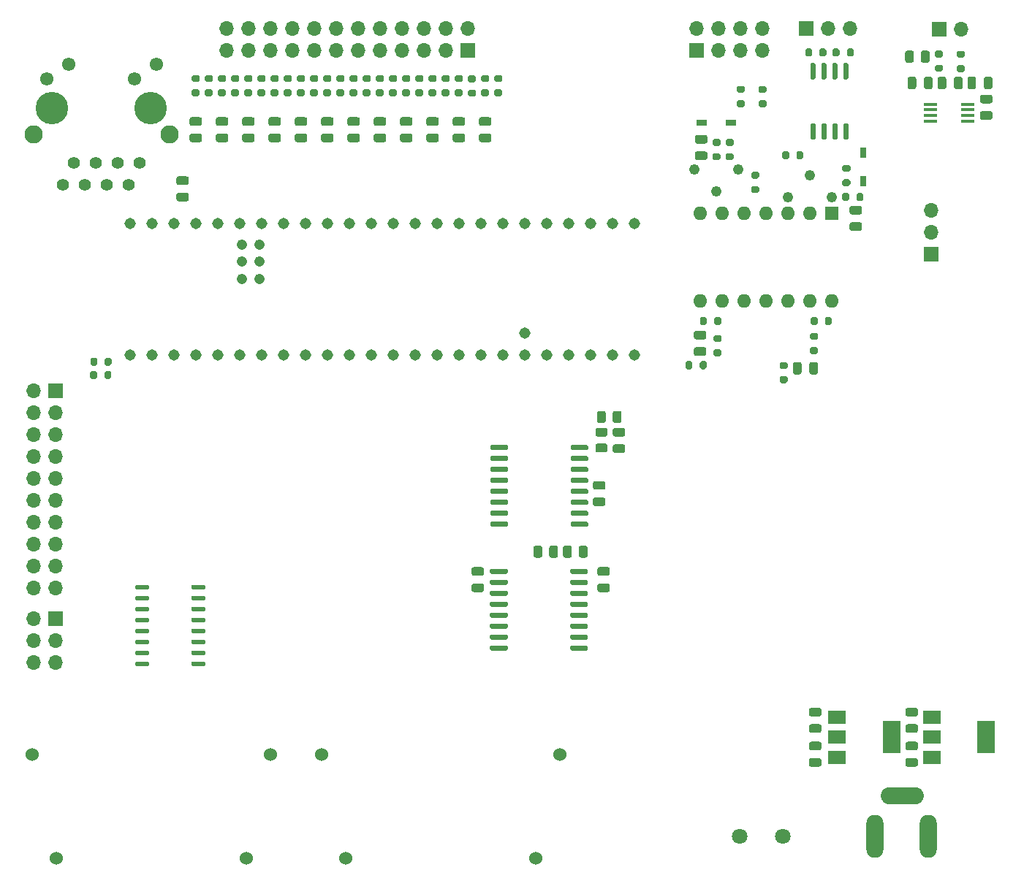
<source format=gts>
%TF.GenerationSoftware,KiCad,Pcbnew,(5.1.8)-1*%
%TF.CreationDate,2022-01-07T12:39:40-05:00*%
%TF.ProjectId,OCE_L,4f43455f-4c2e-46b6-9963-61645f706362,rev?*%
%TF.SameCoordinates,Original*%
%TF.FileFunction,Soldermask,Top*%
%TF.FilePolarity,Negative*%
%FSLAX46Y46*%
G04 Gerber Fmt 4.6, Leading zero omitted, Abs format (unit mm)*
G04 Created by KiCad (PCBNEW (5.1.8)-1) date 2022-01-07 12:39:40*
%MOMM*%
%LPD*%
G01*
G04 APERTURE LIST*
%ADD10O,2.000000X5.000000*%
%ADD11C,1.308000*%
%ADD12C,1.208000*%
%ADD13R,1.524000X0.431800*%
%ADD14R,2.000000X1.500000*%
%ADD15R,2.000000X3.800000*%
%ADD16O,1.700000X1.700000*%
%ADD17R,1.700000X1.700000*%
%ADD18C,1.524000*%
%ADD19C,1.397000*%
%ADD20C,1.549400*%
%ADD21C,3.759200*%
%ADD22C,2.108200*%
%ADD23O,1.600000X1.600000*%
%ADD24R,1.600000X1.600000*%
%ADD25C,1.219200*%
%ADD26R,0.762000X1.219200*%
%ADD27R,1.219200X0.762000*%
%ADD28C,1.803400*%
G04 APERTURE END LIST*
D10*
%TO.C,J2*%
X137698200Y-134416800D03*
X143898200Y-134416800D03*
G36*
G01*
X142398200Y-130716800D02*
X139398200Y-130716800D01*
G75*
G02*
X138398200Y-129716800I0J1000000D01*
G01*
X138398200Y-129716800D01*
G75*
G02*
X139398200Y-128716800I1000000J0D01*
G01*
X142398200Y-128716800D01*
G75*
G02*
X143398200Y-129716800I0J-1000000D01*
G01*
X143398200Y-129716800D01*
G75*
G02*
X142398200Y-130716800I-1000000J0D01*
G01*
G37*
%TD*%
D11*
%TO.C,IC1*%
X89535000Y-63373000D03*
X92075000Y-63373000D03*
X94615000Y-63373000D03*
X97155000Y-63373000D03*
X99695000Y-63373000D03*
X102235000Y-63373000D03*
X104775000Y-63373000D03*
X107315000Y-63373000D03*
X109855000Y-63373000D03*
X109855000Y-78613000D03*
X107315000Y-78613000D03*
X104775000Y-78613000D03*
X102235000Y-78613000D03*
X99695000Y-78613000D03*
X97155000Y-78613000D03*
X94615000Y-78613000D03*
X92075000Y-78613000D03*
X89535000Y-78613000D03*
X51435000Y-63373000D03*
X53975000Y-63373000D03*
X56515000Y-63373000D03*
X59055000Y-63373000D03*
X61595000Y-63373000D03*
X64135000Y-63373000D03*
X66675000Y-63373000D03*
X69215000Y-63373000D03*
X71755000Y-63373000D03*
X74295000Y-63373000D03*
X76835000Y-63373000D03*
X79375000Y-63373000D03*
X81915000Y-63373000D03*
X84455000Y-63373000D03*
X86995000Y-78613000D03*
X84455000Y-78613000D03*
X81915000Y-78613000D03*
X79375000Y-78613000D03*
X76835000Y-78613000D03*
X74295000Y-78613000D03*
X71755000Y-78613000D03*
X69215000Y-78613000D03*
X66675000Y-78613000D03*
X64135000Y-78613000D03*
X61595000Y-78613000D03*
X59055000Y-78613000D03*
X56515000Y-78613000D03*
D12*
X64405000Y-69823000D03*
X64405000Y-67823000D03*
X66405000Y-69823000D03*
X66405000Y-67823000D03*
X64405000Y-65823000D03*
X66405000Y-65823000D03*
D11*
X86995000Y-63373000D03*
X97155000Y-76073000D03*
X53975000Y-78613000D03*
X51435000Y-78613000D03*
%TD*%
D13*
%TO.C,U8*%
X144132300Y-49540402D03*
X144132300Y-50190400D03*
X144132300Y-50840402D03*
X144132300Y-51490400D03*
X148475700Y-51490400D03*
X148475700Y-50840402D03*
X148475700Y-50190400D03*
X148475700Y-49540402D03*
%TD*%
%TO.C,R12*%
G36*
G01*
X130958000Y-76855000D02*
X130408000Y-76855000D01*
G75*
G02*
X130208000Y-76655000I0J200000D01*
G01*
X130208000Y-76255000D01*
G75*
G02*
X130408000Y-76055000I200000J0D01*
G01*
X130958000Y-76055000D01*
G75*
G02*
X131158000Y-76255000I0J-200000D01*
G01*
X131158000Y-76655000D01*
G75*
G02*
X130958000Y-76855000I-200000J0D01*
G01*
G37*
G36*
G01*
X130958000Y-78505000D02*
X130408000Y-78505000D01*
G75*
G02*
X130208000Y-78305000I0J200000D01*
G01*
X130208000Y-77905000D01*
G75*
G02*
X130408000Y-77705000I200000J0D01*
G01*
X130958000Y-77705000D01*
G75*
G02*
X131158000Y-77905000I0J-200000D01*
G01*
X131158000Y-78305000D01*
G75*
G02*
X130958000Y-78505000I-200000J0D01*
G01*
G37*
%TD*%
D14*
%TO.C,U1*%
X144322000Y-120636000D03*
X144322000Y-125236000D03*
X144322000Y-122936000D03*
D15*
X150622000Y-122936000D03*
%TD*%
D16*
%TO.C,J6*%
X134874000Y-40767000D03*
X132334000Y-40767000D03*
D17*
X129794000Y-40767000D03*
%TD*%
D14*
%TO.C,U5*%
X133350000Y-120636000D03*
X133350000Y-125236000D03*
X133350000Y-122936000D03*
D15*
X139650000Y-122936000D03*
%TD*%
%TO.C,U4*%
G36*
G01*
X95230000Y-98097200D02*
X95230000Y-98397200D01*
G75*
G02*
X95080000Y-98547200I-150000J0D01*
G01*
X93330000Y-98547200D01*
G75*
G02*
X93180000Y-98397200I0J150000D01*
G01*
X93180000Y-98097200D01*
G75*
G02*
X93330000Y-97947200I150000J0D01*
G01*
X95080000Y-97947200D01*
G75*
G02*
X95230000Y-98097200I0J-150000D01*
G01*
G37*
G36*
G01*
X95230000Y-96827200D02*
X95230000Y-97127200D01*
G75*
G02*
X95080000Y-97277200I-150000J0D01*
G01*
X93330000Y-97277200D01*
G75*
G02*
X93180000Y-97127200I0J150000D01*
G01*
X93180000Y-96827200D01*
G75*
G02*
X93330000Y-96677200I150000J0D01*
G01*
X95080000Y-96677200D01*
G75*
G02*
X95230000Y-96827200I0J-150000D01*
G01*
G37*
G36*
G01*
X95230000Y-95557200D02*
X95230000Y-95857200D01*
G75*
G02*
X95080000Y-96007200I-150000J0D01*
G01*
X93330000Y-96007200D01*
G75*
G02*
X93180000Y-95857200I0J150000D01*
G01*
X93180000Y-95557200D01*
G75*
G02*
X93330000Y-95407200I150000J0D01*
G01*
X95080000Y-95407200D01*
G75*
G02*
X95230000Y-95557200I0J-150000D01*
G01*
G37*
G36*
G01*
X95230000Y-94287200D02*
X95230000Y-94587200D01*
G75*
G02*
X95080000Y-94737200I-150000J0D01*
G01*
X93330000Y-94737200D01*
G75*
G02*
X93180000Y-94587200I0J150000D01*
G01*
X93180000Y-94287200D01*
G75*
G02*
X93330000Y-94137200I150000J0D01*
G01*
X95080000Y-94137200D01*
G75*
G02*
X95230000Y-94287200I0J-150000D01*
G01*
G37*
G36*
G01*
X95230000Y-93017200D02*
X95230000Y-93317200D01*
G75*
G02*
X95080000Y-93467200I-150000J0D01*
G01*
X93330000Y-93467200D01*
G75*
G02*
X93180000Y-93317200I0J150000D01*
G01*
X93180000Y-93017200D01*
G75*
G02*
X93330000Y-92867200I150000J0D01*
G01*
X95080000Y-92867200D01*
G75*
G02*
X95230000Y-93017200I0J-150000D01*
G01*
G37*
G36*
G01*
X95230000Y-91747200D02*
X95230000Y-92047200D01*
G75*
G02*
X95080000Y-92197200I-150000J0D01*
G01*
X93330000Y-92197200D01*
G75*
G02*
X93180000Y-92047200I0J150000D01*
G01*
X93180000Y-91747200D01*
G75*
G02*
X93330000Y-91597200I150000J0D01*
G01*
X95080000Y-91597200D01*
G75*
G02*
X95230000Y-91747200I0J-150000D01*
G01*
G37*
G36*
G01*
X95230000Y-90477200D02*
X95230000Y-90777200D01*
G75*
G02*
X95080000Y-90927200I-150000J0D01*
G01*
X93330000Y-90927200D01*
G75*
G02*
X93180000Y-90777200I0J150000D01*
G01*
X93180000Y-90477200D01*
G75*
G02*
X93330000Y-90327200I150000J0D01*
G01*
X95080000Y-90327200D01*
G75*
G02*
X95230000Y-90477200I0J-150000D01*
G01*
G37*
G36*
G01*
X95230000Y-89207200D02*
X95230000Y-89507200D01*
G75*
G02*
X95080000Y-89657200I-150000J0D01*
G01*
X93330000Y-89657200D01*
G75*
G02*
X93180000Y-89507200I0J150000D01*
G01*
X93180000Y-89207200D01*
G75*
G02*
X93330000Y-89057200I150000J0D01*
G01*
X95080000Y-89057200D01*
G75*
G02*
X95230000Y-89207200I0J-150000D01*
G01*
G37*
G36*
G01*
X104530000Y-89207200D02*
X104530000Y-89507200D01*
G75*
G02*
X104380000Y-89657200I-150000J0D01*
G01*
X102630000Y-89657200D01*
G75*
G02*
X102480000Y-89507200I0J150000D01*
G01*
X102480000Y-89207200D01*
G75*
G02*
X102630000Y-89057200I150000J0D01*
G01*
X104380000Y-89057200D01*
G75*
G02*
X104530000Y-89207200I0J-150000D01*
G01*
G37*
G36*
G01*
X104530000Y-90477200D02*
X104530000Y-90777200D01*
G75*
G02*
X104380000Y-90927200I-150000J0D01*
G01*
X102630000Y-90927200D01*
G75*
G02*
X102480000Y-90777200I0J150000D01*
G01*
X102480000Y-90477200D01*
G75*
G02*
X102630000Y-90327200I150000J0D01*
G01*
X104380000Y-90327200D01*
G75*
G02*
X104530000Y-90477200I0J-150000D01*
G01*
G37*
G36*
G01*
X104530000Y-91747200D02*
X104530000Y-92047200D01*
G75*
G02*
X104380000Y-92197200I-150000J0D01*
G01*
X102630000Y-92197200D01*
G75*
G02*
X102480000Y-92047200I0J150000D01*
G01*
X102480000Y-91747200D01*
G75*
G02*
X102630000Y-91597200I150000J0D01*
G01*
X104380000Y-91597200D01*
G75*
G02*
X104530000Y-91747200I0J-150000D01*
G01*
G37*
G36*
G01*
X104530000Y-93017200D02*
X104530000Y-93317200D01*
G75*
G02*
X104380000Y-93467200I-150000J0D01*
G01*
X102630000Y-93467200D01*
G75*
G02*
X102480000Y-93317200I0J150000D01*
G01*
X102480000Y-93017200D01*
G75*
G02*
X102630000Y-92867200I150000J0D01*
G01*
X104380000Y-92867200D01*
G75*
G02*
X104530000Y-93017200I0J-150000D01*
G01*
G37*
G36*
G01*
X104530000Y-94287200D02*
X104530000Y-94587200D01*
G75*
G02*
X104380000Y-94737200I-150000J0D01*
G01*
X102630000Y-94737200D01*
G75*
G02*
X102480000Y-94587200I0J150000D01*
G01*
X102480000Y-94287200D01*
G75*
G02*
X102630000Y-94137200I150000J0D01*
G01*
X104380000Y-94137200D01*
G75*
G02*
X104530000Y-94287200I0J-150000D01*
G01*
G37*
G36*
G01*
X104530000Y-95557200D02*
X104530000Y-95857200D01*
G75*
G02*
X104380000Y-96007200I-150000J0D01*
G01*
X102630000Y-96007200D01*
G75*
G02*
X102480000Y-95857200I0J150000D01*
G01*
X102480000Y-95557200D01*
G75*
G02*
X102630000Y-95407200I150000J0D01*
G01*
X104380000Y-95407200D01*
G75*
G02*
X104530000Y-95557200I0J-150000D01*
G01*
G37*
G36*
G01*
X104530000Y-96827200D02*
X104530000Y-97127200D01*
G75*
G02*
X104380000Y-97277200I-150000J0D01*
G01*
X102630000Y-97277200D01*
G75*
G02*
X102480000Y-97127200I0J150000D01*
G01*
X102480000Y-96827200D01*
G75*
G02*
X102630000Y-96677200I150000J0D01*
G01*
X104380000Y-96677200D01*
G75*
G02*
X104530000Y-96827200I0J-150000D01*
G01*
G37*
G36*
G01*
X104530000Y-98097200D02*
X104530000Y-98397200D01*
G75*
G02*
X104380000Y-98547200I-150000J0D01*
G01*
X102630000Y-98547200D01*
G75*
G02*
X102480000Y-98397200I0J150000D01*
G01*
X102480000Y-98097200D01*
G75*
G02*
X102630000Y-97947200I150000J0D01*
G01*
X104380000Y-97947200D01*
G75*
G02*
X104530000Y-98097200I0J-150000D01*
G01*
G37*
%TD*%
D16*
%TO.C,J4*%
X62611000Y-40767000D03*
X62611000Y-43307000D03*
X65151000Y-40767000D03*
X65151000Y-43307000D03*
X67691000Y-40767000D03*
X67691000Y-43307000D03*
X70231000Y-40767000D03*
X70231000Y-43307000D03*
X72771000Y-40767000D03*
X72771000Y-43307000D03*
X75311000Y-40767000D03*
X75311000Y-43307000D03*
X77851000Y-40767000D03*
X77851000Y-43307000D03*
X80391000Y-40767000D03*
X80391000Y-43307000D03*
X82931000Y-40767000D03*
X82931000Y-43307000D03*
X85471000Y-40767000D03*
X85471000Y-43307000D03*
X88011000Y-40767000D03*
X88011000Y-43307000D03*
X90551000Y-40767000D03*
D17*
X90551000Y-43307000D03*
%TD*%
D16*
%TO.C,J3*%
X124714000Y-40767000D03*
X122174000Y-40767000D03*
X119634000Y-40767000D03*
X117094000Y-40767000D03*
X124714000Y-43307000D03*
X122174000Y-43307000D03*
X119634000Y-43307000D03*
D17*
X117094000Y-43307000D03*
%TD*%
D18*
%TO.C,K2*%
X64932000Y-136968000D03*
X42932000Y-136968000D03*
X67732000Y-124968000D03*
X40132000Y-124968000D03*
%TD*%
D19*
%TO.C,J9*%
X51308000Y-58908010D03*
X48768000Y-58908010D03*
X46228000Y-58908010D03*
X43688000Y-58908010D03*
X52578000Y-56368010D03*
X50038000Y-56368010D03*
X47498000Y-56368010D03*
X44958000Y-56368010D03*
D20*
X54458000Y-44918010D03*
X51918000Y-46638010D03*
X44348000Y-44938010D03*
X41808000Y-46638010D03*
D21*
X53848000Y-49998010D03*
X42418000Y-49998010D03*
D22*
X56007998Y-53048010D03*
X40258002Y-53048010D03*
%TD*%
%TO.C,C3*%
G36*
G01*
X135034000Y-63238001D02*
X135984000Y-63238001D01*
G75*
G02*
X136234000Y-63488001I0J-250000D01*
G01*
X136234000Y-63988001D01*
G75*
G02*
X135984000Y-64238001I-250000J0D01*
G01*
X135034000Y-64238001D01*
G75*
G02*
X134784000Y-63988001I0J250000D01*
G01*
X134784000Y-63488001D01*
G75*
G02*
X135034000Y-63238001I250000J0D01*
G01*
G37*
G36*
G01*
X135034000Y-61338001D02*
X135984000Y-61338001D01*
G75*
G02*
X136234000Y-61588001I0J-250000D01*
G01*
X136234000Y-62088001D01*
G75*
G02*
X135984000Y-62338001I-250000J0D01*
G01*
X135034000Y-62338001D01*
G75*
G02*
X134784000Y-62088001I0J250000D01*
G01*
X134784000Y-61588001D01*
G75*
G02*
X135034000Y-61338001I250000J0D01*
G01*
G37*
%TD*%
%TO.C,C5*%
G36*
G01*
X117950000Y-76827000D02*
X117000000Y-76827000D01*
G75*
G02*
X116750000Y-76577000I0J250000D01*
G01*
X116750000Y-76077000D01*
G75*
G02*
X117000000Y-75827000I250000J0D01*
G01*
X117950000Y-75827000D01*
G75*
G02*
X118200000Y-76077000I0J-250000D01*
G01*
X118200000Y-76577000D01*
G75*
G02*
X117950000Y-76827000I-250000J0D01*
G01*
G37*
G36*
G01*
X117950000Y-78727000D02*
X117000000Y-78727000D01*
G75*
G02*
X116750000Y-78477000I0J250000D01*
G01*
X116750000Y-77977000D01*
G75*
G02*
X117000000Y-77727000I250000J0D01*
G01*
X117950000Y-77727000D01*
G75*
G02*
X118200000Y-77977000I0J-250000D01*
G01*
X118200000Y-78477000D01*
G75*
G02*
X117950000Y-78727000I-250000J0D01*
G01*
G37*
%TD*%
%TO.C,C6*%
G36*
G01*
X130127200Y-80637400D02*
X130127200Y-79687400D01*
G75*
G02*
X130377200Y-79437400I250000J0D01*
G01*
X130877200Y-79437400D01*
G75*
G02*
X131127200Y-79687400I0J-250000D01*
G01*
X131127200Y-80637400D01*
G75*
G02*
X130877200Y-80887400I-250000J0D01*
G01*
X130377200Y-80887400D01*
G75*
G02*
X130127200Y-80637400I0J250000D01*
G01*
G37*
G36*
G01*
X128227200Y-80637400D02*
X128227200Y-79687400D01*
G75*
G02*
X128477200Y-79437400I250000J0D01*
G01*
X128977200Y-79437400D01*
G75*
G02*
X129227200Y-79687400I0J-250000D01*
G01*
X129227200Y-80637400D01*
G75*
G02*
X128977200Y-80887400I-250000J0D01*
G01*
X128477200Y-80887400D01*
G75*
G02*
X128227200Y-80637400I0J250000D01*
G01*
G37*
%TD*%
%TO.C,C7*%
G36*
G01*
X106266000Y-94241200D02*
X105316000Y-94241200D01*
G75*
G02*
X105066000Y-93991200I0J250000D01*
G01*
X105066000Y-93491200D01*
G75*
G02*
X105316000Y-93241200I250000J0D01*
G01*
X106266000Y-93241200D01*
G75*
G02*
X106516000Y-93491200I0J-250000D01*
G01*
X106516000Y-93991200D01*
G75*
G02*
X106266000Y-94241200I-250000J0D01*
G01*
G37*
G36*
G01*
X106266000Y-96141200D02*
X105316000Y-96141200D01*
G75*
G02*
X105066000Y-95891200I0J250000D01*
G01*
X105066000Y-95391200D01*
G75*
G02*
X105316000Y-95141200I250000J0D01*
G01*
X106266000Y-95141200D01*
G75*
G02*
X106516000Y-95391200I0J-250000D01*
G01*
X106516000Y-95891200D01*
G75*
G02*
X106266000Y-96141200I-250000J0D01*
G01*
G37*
%TD*%
%TO.C,C9*%
G36*
G01*
X58580000Y-52962000D02*
X59530000Y-52962000D01*
G75*
G02*
X59780000Y-53212000I0J-250000D01*
G01*
X59780000Y-53712000D01*
G75*
G02*
X59530000Y-53962000I-250000J0D01*
G01*
X58580000Y-53962000D01*
G75*
G02*
X58330000Y-53712000I0J250000D01*
G01*
X58330000Y-53212000D01*
G75*
G02*
X58580000Y-52962000I250000J0D01*
G01*
G37*
G36*
G01*
X58580000Y-51062000D02*
X59530000Y-51062000D01*
G75*
G02*
X59780000Y-51312000I0J-250000D01*
G01*
X59780000Y-51812000D01*
G75*
G02*
X59530000Y-52062000I-250000J0D01*
G01*
X58580000Y-52062000D01*
G75*
G02*
X58330000Y-51812000I0J250000D01*
G01*
X58330000Y-51312000D01*
G75*
G02*
X58580000Y-51062000I250000J0D01*
G01*
G37*
%TD*%
%TO.C,C10*%
G36*
G01*
X108552000Y-88079200D02*
X107602000Y-88079200D01*
G75*
G02*
X107352000Y-87829200I0J250000D01*
G01*
X107352000Y-87329200D01*
G75*
G02*
X107602000Y-87079200I250000J0D01*
G01*
X108552000Y-87079200D01*
G75*
G02*
X108802000Y-87329200I0J-250000D01*
G01*
X108802000Y-87829200D01*
G75*
G02*
X108552000Y-88079200I-250000J0D01*
G01*
G37*
G36*
G01*
X108552000Y-89979200D02*
X107602000Y-89979200D01*
G75*
G02*
X107352000Y-89729200I0J250000D01*
G01*
X107352000Y-89229200D01*
G75*
G02*
X107602000Y-88979200I250000J0D01*
G01*
X108552000Y-88979200D01*
G75*
G02*
X108802000Y-89229200I0J-250000D01*
G01*
X108802000Y-89729200D01*
G75*
G02*
X108552000Y-89979200I-250000J0D01*
G01*
G37*
%TD*%
%TO.C,C11*%
G36*
G01*
X61628000Y-52962000D02*
X62578000Y-52962000D01*
G75*
G02*
X62828000Y-53212000I0J-250000D01*
G01*
X62828000Y-53712000D01*
G75*
G02*
X62578000Y-53962000I-250000J0D01*
G01*
X61628000Y-53962000D01*
G75*
G02*
X61378000Y-53712000I0J250000D01*
G01*
X61378000Y-53212000D01*
G75*
G02*
X61628000Y-52962000I250000J0D01*
G01*
G37*
G36*
G01*
X61628000Y-51062000D02*
X62578000Y-51062000D01*
G75*
G02*
X62828000Y-51312000I0J-250000D01*
G01*
X62828000Y-51812000D01*
G75*
G02*
X62578000Y-52062000I-250000J0D01*
G01*
X61628000Y-52062000D01*
G75*
G02*
X61378000Y-51812000I0J250000D01*
G01*
X61378000Y-51312000D01*
G75*
G02*
X61628000Y-51062000I250000J0D01*
G01*
G37*
%TD*%
%TO.C,C12*%
G36*
G01*
X64676000Y-52962000D02*
X65626000Y-52962000D01*
G75*
G02*
X65876000Y-53212000I0J-250000D01*
G01*
X65876000Y-53712000D01*
G75*
G02*
X65626000Y-53962000I-250000J0D01*
G01*
X64676000Y-53962000D01*
G75*
G02*
X64426000Y-53712000I0J250000D01*
G01*
X64426000Y-53212000D01*
G75*
G02*
X64676000Y-52962000I250000J0D01*
G01*
G37*
G36*
G01*
X64676000Y-51062000D02*
X65626000Y-51062000D01*
G75*
G02*
X65876000Y-51312000I0J-250000D01*
G01*
X65876000Y-51812000D01*
G75*
G02*
X65626000Y-52062000I-250000J0D01*
G01*
X64676000Y-52062000D01*
G75*
G02*
X64426000Y-51812000I0J250000D01*
G01*
X64426000Y-51312000D01*
G75*
G02*
X64676000Y-51062000I250000J0D01*
G01*
G37*
%TD*%
%TO.C,C13*%
G36*
G01*
X92108000Y-52962000D02*
X93058000Y-52962000D01*
G75*
G02*
X93308000Y-53212000I0J-250000D01*
G01*
X93308000Y-53712000D01*
G75*
G02*
X93058000Y-53962000I-250000J0D01*
G01*
X92108000Y-53962000D01*
G75*
G02*
X91858000Y-53712000I0J250000D01*
G01*
X91858000Y-53212000D01*
G75*
G02*
X92108000Y-52962000I250000J0D01*
G01*
G37*
G36*
G01*
X92108000Y-51062000D02*
X93058000Y-51062000D01*
G75*
G02*
X93308000Y-51312000I0J-250000D01*
G01*
X93308000Y-51812000D01*
G75*
G02*
X93058000Y-52062000I-250000J0D01*
G01*
X92108000Y-52062000D01*
G75*
G02*
X91858000Y-51812000I0J250000D01*
G01*
X91858000Y-51312000D01*
G75*
G02*
X92108000Y-51062000I250000J0D01*
G01*
G37*
%TD*%
%TO.C,C14*%
G36*
G01*
X67724000Y-52962000D02*
X68674000Y-52962000D01*
G75*
G02*
X68924000Y-53212000I0J-250000D01*
G01*
X68924000Y-53712000D01*
G75*
G02*
X68674000Y-53962000I-250000J0D01*
G01*
X67724000Y-53962000D01*
G75*
G02*
X67474000Y-53712000I0J250000D01*
G01*
X67474000Y-53212000D01*
G75*
G02*
X67724000Y-52962000I250000J0D01*
G01*
G37*
G36*
G01*
X67724000Y-51062000D02*
X68674000Y-51062000D01*
G75*
G02*
X68924000Y-51312000I0J-250000D01*
G01*
X68924000Y-51812000D01*
G75*
G02*
X68674000Y-52062000I-250000J0D01*
G01*
X67724000Y-52062000D01*
G75*
G02*
X67474000Y-51812000I0J250000D01*
G01*
X67474000Y-51312000D01*
G75*
G02*
X67724000Y-51062000I250000J0D01*
G01*
G37*
%TD*%
%TO.C,C15*%
G36*
G01*
X89060000Y-52962000D02*
X90010000Y-52962000D01*
G75*
G02*
X90260000Y-53212000I0J-250000D01*
G01*
X90260000Y-53712000D01*
G75*
G02*
X90010000Y-53962000I-250000J0D01*
G01*
X89060000Y-53962000D01*
G75*
G02*
X88810000Y-53712000I0J250000D01*
G01*
X88810000Y-53212000D01*
G75*
G02*
X89060000Y-52962000I250000J0D01*
G01*
G37*
G36*
G01*
X89060000Y-51062000D02*
X90010000Y-51062000D01*
G75*
G02*
X90260000Y-51312000I0J-250000D01*
G01*
X90260000Y-51812000D01*
G75*
G02*
X90010000Y-52062000I-250000J0D01*
G01*
X89060000Y-52062000D01*
G75*
G02*
X88810000Y-51812000I0J250000D01*
G01*
X88810000Y-51312000D01*
G75*
G02*
X89060000Y-51062000I250000J0D01*
G01*
G37*
%TD*%
%TO.C,C16*%
G36*
G01*
X70772000Y-52962000D02*
X71722000Y-52962000D01*
G75*
G02*
X71972000Y-53212000I0J-250000D01*
G01*
X71972000Y-53712000D01*
G75*
G02*
X71722000Y-53962000I-250000J0D01*
G01*
X70772000Y-53962000D01*
G75*
G02*
X70522000Y-53712000I0J250000D01*
G01*
X70522000Y-53212000D01*
G75*
G02*
X70772000Y-52962000I250000J0D01*
G01*
G37*
G36*
G01*
X70772000Y-51062000D02*
X71722000Y-51062000D01*
G75*
G02*
X71972000Y-51312000I0J-250000D01*
G01*
X71972000Y-51812000D01*
G75*
G02*
X71722000Y-52062000I-250000J0D01*
G01*
X70772000Y-52062000D01*
G75*
G02*
X70522000Y-51812000I0J250000D01*
G01*
X70522000Y-51312000D01*
G75*
G02*
X70772000Y-51062000I250000J0D01*
G01*
G37*
%TD*%
%TO.C,C17*%
G36*
G01*
X86012000Y-52962000D02*
X86962000Y-52962000D01*
G75*
G02*
X87212000Y-53212000I0J-250000D01*
G01*
X87212000Y-53712000D01*
G75*
G02*
X86962000Y-53962000I-250000J0D01*
G01*
X86012000Y-53962000D01*
G75*
G02*
X85762000Y-53712000I0J250000D01*
G01*
X85762000Y-53212000D01*
G75*
G02*
X86012000Y-52962000I250000J0D01*
G01*
G37*
G36*
G01*
X86012000Y-51062000D02*
X86962000Y-51062000D01*
G75*
G02*
X87212000Y-51312000I0J-250000D01*
G01*
X87212000Y-51812000D01*
G75*
G02*
X86962000Y-52062000I-250000J0D01*
G01*
X86012000Y-52062000D01*
G75*
G02*
X85762000Y-51812000I0J250000D01*
G01*
X85762000Y-51312000D01*
G75*
G02*
X86012000Y-51062000I250000J0D01*
G01*
G37*
%TD*%
%TO.C,C18*%
G36*
G01*
X82964000Y-52962000D02*
X83914000Y-52962000D01*
G75*
G02*
X84164000Y-53212000I0J-250000D01*
G01*
X84164000Y-53712000D01*
G75*
G02*
X83914000Y-53962000I-250000J0D01*
G01*
X82964000Y-53962000D01*
G75*
G02*
X82714000Y-53712000I0J250000D01*
G01*
X82714000Y-53212000D01*
G75*
G02*
X82964000Y-52962000I250000J0D01*
G01*
G37*
G36*
G01*
X82964000Y-51062000D02*
X83914000Y-51062000D01*
G75*
G02*
X84164000Y-51312000I0J-250000D01*
G01*
X84164000Y-51812000D01*
G75*
G02*
X83914000Y-52062000I-250000J0D01*
G01*
X82964000Y-52062000D01*
G75*
G02*
X82714000Y-51812000I0J250000D01*
G01*
X82714000Y-51312000D01*
G75*
G02*
X82964000Y-51062000I250000J0D01*
G01*
G37*
%TD*%
%TO.C,C19*%
G36*
G01*
X73820000Y-52962000D02*
X74770000Y-52962000D01*
G75*
G02*
X75020000Y-53212000I0J-250000D01*
G01*
X75020000Y-53712000D01*
G75*
G02*
X74770000Y-53962000I-250000J0D01*
G01*
X73820000Y-53962000D01*
G75*
G02*
X73570000Y-53712000I0J250000D01*
G01*
X73570000Y-53212000D01*
G75*
G02*
X73820000Y-52962000I250000J0D01*
G01*
G37*
G36*
G01*
X73820000Y-51062000D02*
X74770000Y-51062000D01*
G75*
G02*
X75020000Y-51312000I0J-250000D01*
G01*
X75020000Y-51812000D01*
G75*
G02*
X74770000Y-52062000I-250000J0D01*
G01*
X73820000Y-52062000D01*
G75*
G02*
X73570000Y-51812000I0J250000D01*
G01*
X73570000Y-51312000D01*
G75*
G02*
X73820000Y-51062000I250000J0D01*
G01*
G37*
%TD*%
%TO.C,C20*%
G36*
G01*
X79916000Y-52962000D02*
X80866000Y-52962000D01*
G75*
G02*
X81116000Y-53212000I0J-250000D01*
G01*
X81116000Y-53712000D01*
G75*
G02*
X80866000Y-53962000I-250000J0D01*
G01*
X79916000Y-53962000D01*
G75*
G02*
X79666000Y-53712000I0J250000D01*
G01*
X79666000Y-53212000D01*
G75*
G02*
X79916000Y-52962000I250000J0D01*
G01*
G37*
G36*
G01*
X79916000Y-51062000D02*
X80866000Y-51062000D01*
G75*
G02*
X81116000Y-51312000I0J-250000D01*
G01*
X81116000Y-51812000D01*
G75*
G02*
X80866000Y-52062000I-250000J0D01*
G01*
X79916000Y-52062000D01*
G75*
G02*
X79666000Y-51812000I0J250000D01*
G01*
X79666000Y-51312000D01*
G75*
G02*
X79916000Y-51062000I250000J0D01*
G01*
G37*
%TD*%
%TO.C,C21*%
G36*
G01*
X76868000Y-52962000D02*
X77818000Y-52962000D01*
G75*
G02*
X78068000Y-53212000I0J-250000D01*
G01*
X78068000Y-53712000D01*
G75*
G02*
X77818000Y-53962000I-250000J0D01*
G01*
X76868000Y-53962000D01*
G75*
G02*
X76618000Y-53712000I0J250000D01*
G01*
X76618000Y-53212000D01*
G75*
G02*
X76868000Y-52962000I250000J0D01*
G01*
G37*
G36*
G01*
X76868000Y-51062000D02*
X77818000Y-51062000D01*
G75*
G02*
X78068000Y-51312000I0J-250000D01*
G01*
X78068000Y-51812000D01*
G75*
G02*
X77818000Y-52062000I-250000J0D01*
G01*
X76868000Y-52062000D01*
G75*
G02*
X76618000Y-51812000I0J250000D01*
G01*
X76618000Y-51312000D01*
G75*
G02*
X76868000Y-51062000I250000J0D01*
G01*
G37*
%TD*%
%TO.C,R22*%
G36*
G01*
X105594999Y-88891700D02*
X106495001Y-88891700D01*
G75*
G02*
X106745000Y-89141699I0J-249999D01*
G01*
X106745000Y-89666701D01*
G75*
G02*
X106495001Y-89916700I-249999J0D01*
G01*
X105594999Y-89916700D01*
G75*
G02*
X105345000Y-89666701I0J249999D01*
G01*
X105345000Y-89141699D01*
G75*
G02*
X105594999Y-88891700I249999J0D01*
G01*
G37*
G36*
G01*
X105594999Y-87066700D02*
X106495001Y-87066700D01*
G75*
G02*
X106745000Y-87316699I0J-249999D01*
G01*
X106745000Y-87841701D01*
G75*
G02*
X106495001Y-88091700I-249999J0D01*
G01*
X105594999Y-88091700D01*
G75*
G02*
X105345000Y-87841701I0J249999D01*
G01*
X105345000Y-87316699D01*
G75*
G02*
X105594999Y-87066700I249999J0D01*
G01*
G37*
%TD*%
%TO.C,R27*%
G36*
G01*
X106557500Y-85351199D02*
X106557500Y-86251201D01*
G75*
G02*
X106307501Y-86501200I-249999J0D01*
G01*
X105782499Y-86501200D01*
G75*
G02*
X105532500Y-86251201I0J249999D01*
G01*
X105532500Y-85351199D01*
G75*
G02*
X105782499Y-85101200I249999J0D01*
G01*
X106307501Y-85101200D01*
G75*
G02*
X106557500Y-85351199I0J-249999D01*
G01*
G37*
G36*
G01*
X108382500Y-85351199D02*
X108382500Y-86251201D01*
G75*
G02*
X108132501Y-86501200I-249999J0D01*
G01*
X107607499Y-86501200D01*
G75*
G02*
X107357500Y-86251201I0J249999D01*
G01*
X107357500Y-85351199D01*
G75*
G02*
X107607499Y-85101200I249999J0D01*
G01*
X108132501Y-85101200D01*
G75*
G02*
X108382500Y-85351199I0J-249999D01*
G01*
G37*
%TD*%
%TO.C,U2*%
G36*
G01*
X53632000Y-114289500D02*
X53632000Y-114564500D01*
G75*
G02*
X53494500Y-114702000I-137500J0D01*
G01*
X52169500Y-114702000D01*
G75*
G02*
X52032000Y-114564500I0J137500D01*
G01*
X52032000Y-114289500D01*
G75*
G02*
X52169500Y-114152000I137500J0D01*
G01*
X53494500Y-114152000D01*
G75*
G02*
X53632000Y-114289500I0J-137500D01*
G01*
G37*
G36*
G01*
X53632000Y-113019500D02*
X53632000Y-113294500D01*
G75*
G02*
X53494500Y-113432000I-137500J0D01*
G01*
X52169500Y-113432000D01*
G75*
G02*
X52032000Y-113294500I0J137500D01*
G01*
X52032000Y-113019500D01*
G75*
G02*
X52169500Y-112882000I137500J0D01*
G01*
X53494500Y-112882000D01*
G75*
G02*
X53632000Y-113019500I0J-137500D01*
G01*
G37*
G36*
G01*
X53632000Y-111749500D02*
X53632000Y-112024500D01*
G75*
G02*
X53494500Y-112162000I-137500J0D01*
G01*
X52169500Y-112162000D01*
G75*
G02*
X52032000Y-112024500I0J137500D01*
G01*
X52032000Y-111749500D01*
G75*
G02*
X52169500Y-111612000I137500J0D01*
G01*
X53494500Y-111612000D01*
G75*
G02*
X53632000Y-111749500I0J-137500D01*
G01*
G37*
G36*
G01*
X53632000Y-110479500D02*
X53632000Y-110754500D01*
G75*
G02*
X53494500Y-110892000I-137500J0D01*
G01*
X52169500Y-110892000D01*
G75*
G02*
X52032000Y-110754500I0J137500D01*
G01*
X52032000Y-110479500D01*
G75*
G02*
X52169500Y-110342000I137500J0D01*
G01*
X53494500Y-110342000D01*
G75*
G02*
X53632000Y-110479500I0J-137500D01*
G01*
G37*
G36*
G01*
X53632000Y-109209500D02*
X53632000Y-109484500D01*
G75*
G02*
X53494500Y-109622000I-137500J0D01*
G01*
X52169500Y-109622000D01*
G75*
G02*
X52032000Y-109484500I0J137500D01*
G01*
X52032000Y-109209500D01*
G75*
G02*
X52169500Y-109072000I137500J0D01*
G01*
X53494500Y-109072000D01*
G75*
G02*
X53632000Y-109209500I0J-137500D01*
G01*
G37*
G36*
G01*
X53632000Y-107939500D02*
X53632000Y-108214500D01*
G75*
G02*
X53494500Y-108352000I-137500J0D01*
G01*
X52169500Y-108352000D01*
G75*
G02*
X52032000Y-108214500I0J137500D01*
G01*
X52032000Y-107939500D01*
G75*
G02*
X52169500Y-107802000I137500J0D01*
G01*
X53494500Y-107802000D01*
G75*
G02*
X53632000Y-107939500I0J-137500D01*
G01*
G37*
G36*
G01*
X53632000Y-106669500D02*
X53632000Y-106944500D01*
G75*
G02*
X53494500Y-107082000I-137500J0D01*
G01*
X52169500Y-107082000D01*
G75*
G02*
X52032000Y-106944500I0J137500D01*
G01*
X52032000Y-106669500D01*
G75*
G02*
X52169500Y-106532000I137500J0D01*
G01*
X53494500Y-106532000D01*
G75*
G02*
X53632000Y-106669500I0J-137500D01*
G01*
G37*
G36*
G01*
X53632000Y-105399500D02*
X53632000Y-105674500D01*
G75*
G02*
X53494500Y-105812000I-137500J0D01*
G01*
X52169500Y-105812000D01*
G75*
G02*
X52032000Y-105674500I0J137500D01*
G01*
X52032000Y-105399500D01*
G75*
G02*
X52169500Y-105262000I137500J0D01*
G01*
X53494500Y-105262000D01*
G75*
G02*
X53632000Y-105399500I0J-137500D01*
G01*
G37*
G36*
G01*
X60132000Y-105399500D02*
X60132000Y-105674500D01*
G75*
G02*
X59994500Y-105812000I-137500J0D01*
G01*
X58669500Y-105812000D01*
G75*
G02*
X58532000Y-105674500I0J137500D01*
G01*
X58532000Y-105399500D01*
G75*
G02*
X58669500Y-105262000I137500J0D01*
G01*
X59994500Y-105262000D01*
G75*
G02*
X60132000Y-105399500I0J-137500D01*
G01*
G37*
G36*
G01*
X60132000Y-106669500D02*
X60132000Y-106944500D01*
G75*
G02*
X59994500Y-107082000I-137500J0D01*
G01*
X58669500Y-107082000D01*
G75*
G02*
X58532000Y-106944500I0J137500D01*
G01*
X58532000Y-106669500D01*
G75*
G02*
X58669500Y-106532000I137500J0D01*
G01*
X59994500Y-106532000D01*
G75*
G02*
X60132000Y-106669500I0J-137500D01*
G01*
G37*
G36*
G01*
X60132000Y-107939500D02*
X60132000Y-108214500D01*
G75*
G02*
X59994500Y-108352000I-137500J0D01*
G01*
X58669500Y-108352000D01*
G75*
G02*
X58532000Y-108214500I0J137500D01*
G01*
X58532000Y-107939500D01*
G75*
G02*
X58669500Y-107802000I137500J0D01*
G01*
X59994500Y-107802000D01*
G75*
G02*
X60132000Y-107939500I0J-137500D01*
G01*
G37*
G36*
G01*
X60132000Y-109209500D02*
X60132000Y-109484500D01*
G75*
G02*
X59994500Y-109622000I-137500J0D01*
G01*
X58669500Y-109622000D01*
G75*
G02*
X58532000Y-109484500I0J137500D01*
G01*
X58532000Y-109209500D01*
G75*
G02*
X58669500Y-109072000I137500J0D01*
G01*
X59994500Y-109072000D01*
G75*
G02*
X60132000Y-109209500I0J-137500D01*
G01*
G37*
G36*
G01*
X60132000Y-110479500D02*
X60132000Y-110754500D01*
G75*
G02*
X59994500Y-110892000I-137500J0D01*
G01*
X58669500Y-110892000D01*
G75*
G02*
X58532000Y-110754500I0J137500D01*
G01*
X58532000Y-110479500D01*
G75*
G02*
X58669500Y-110342000I137500J0D01*
G01*
X59994500Y-110342000D01*
G75*
G02*
X60132000Y-110479500I0J-137500D01*
G01*
G37*
G36*
G01*
X60132000Y-111749500D02*
X60132000Y-112024500D01*
G75*
G02*
X59994500Y-112162000I-137500J0D01*
G01*
X58669500Y-112162000D01*
G75*
G02*
X58532000Y-112024500I0J137500D01*
G01*
X58532000Y-111749500D01*
G75*
G02*
X58669500Y-111612000I137500J0D01*
G01*
X59994500Y-111612000D01*
G75*
G02*
X60132000Y-111749500I0J-137500D01*
G01*
G37*
G36*
G01*
X60132000Y-113019500D02*
X60132000Y-113294500D01*
G75*
G02*
X59994500Y-113432000I-137500J0D01*
G01*
X58669500Y-113432000D01*
G75*
G02*
X58532000Y-113294500I0J137500D01*
G01*
X58532000Y-113019500D01*
G75*
G02*
X58669500Y-112882000I137500J0D01*
G01*
X59994500Y-112882000D01*
G75*
G02*
X60132000Y-113019500I0J-137500D01*
G01*
G37*
G36*
G01*
X60132000Y-114289500D02*
X60132000Y-114564500D01*
G75*
G02*
X59994500Y-114702000I-137500J0D01*
G01*
X58669500Y-114702000D01*
G75*
G02*
X58532000Y-114564500I0J137500D01*
G01*
X58532000Y-114289500D01*
G75*
G02*
X58669500Y-114152000I137500J0D01*
G01*
X59994500Y-114152000D01*
G75*
G02*
X60132000Y-114289500I0J-137500D01*
G01*
G37*
%TD*%
D23*
%TO.C,U3*%
X132715000Y-72390000D03*
X117475000Y-62230000D03*
X130175000Y-72390000D03*
X120015000Y-62230000D03*
X127635000Y-72390000D03*
X122555000Y-62230000D03*
X125095000Y-72390000D03*
X125095000Y-62230000D03*
X122555000Y-72390000D03*
X127635000Y-62230000D03*
X120015000Y-72390000D03*
X130175000Y-62230000D03*
X117475000Y-72390000D03*
D24*
X132715000Y-62230000D03*
%TD*%
D18*
%TO.C,K1*%
X98460000Y-136968000D03*
X76460000Y-136968000D03*
X101260000Y-124968000D03*
X73660000Y-124968000D03*
%TD*%
D25*
%TO.C,RV1*%
X127635000Y-60299600D03*
X130175000Y-57759600D03*
X132715000Y-60299600D03*
%TD*%
%TO.C,RV2*%
X121920000Y-57150000D03*
X119380000Y-59690000D03*
X116840000Y-57150000D03*
%TD*%
%TO.C,C22*%
G36*
G01*
X58006000Y-58920000D02*
X57056000Y-58920000D01*
G75*
G02*
X56806000Y-58670000I0J250000D01*
G01*
X56806000Y-58170000D01*
G75*
G02*
X57056000Y-57920000I250000J0D01*
G01*
X58006000Y-57920000D01*
G75*
G02*
X58256000Y-58170000I0J-250000D01*
G01*
X58256000Y-58670000D01*
G75*
G02*
X58006000Y-58920000I-250000J0D01*
G01*
G37*
G36*
G01*
X58006000Y-60820000D02*
X57056000Y-60820000D01*
G75*
G02*
X56806000Y-60570000I0J250000D01*
G01*
X56806000Y-60070000D01*
G75*
G02*
X57056000Y-59820000I250000J0D01*
G01*
X58006000Y-59820000D01*
G75*
G02*
X58256000Y-60070000I0J-250000D01*
G01*
X58256000Y-60570000D01*
G75*
G02*
X58006000Y-60820000I-250000J0D01*
G01*
G37*
%TD*%
%TO.C,C1*%
G36*
G01*
X131285000Y-124452000D02*
X130335000Y-124452000D01*
G75*
G02*
X130085000Y-124202000I0J250000D01*
G01*
X130085000Y-123702000D01*
G75*
G02*
X130335000Y-123452000I250000J0D01*
G01*
X131285000Y-123452000D01*
G75*
G02*
X131535000Y-123702000I0J-250000D01*
G01*
X131535000Y-124202000D01*
G75*
G02*
X131285000Y-124452000I-250000J0D01*
G01*
G37*
G36*
G01*
X131285000Y-126352000D02*
X130335000Y-126352000D01*
G75*
G02*
X130085000Y-126102000I0J250000D01*
G01*
X130085000Y-125602000D01*
G75*
G02*
X130335000Y-125352000I250000J0D01*
G01*
X131285000Y-125352000D01*
G75*
G02*
X131535000Y-125602000I0J-250000D01*
G01*
X131535000Y-126102000D01*
G75*
G02*
X131285000Y-126352000I-250000J0D01*
G01*
G37*
%TD*%
%TO.C,C2*%
G36*
G01*
X141511000Y-125352000D02*
X142461000Y-125352000D01*
G75*
G02*
X142711000Y-125602000I0J-250000D01*
G01*
X142711000Y-126102000D01*
G75*
G02*
X142461000Y-126352000I-250000J0D01*
G01*
X141511000Y-126352000D01*
G75*
G02*
X141261000Y-126102000I0J250000D01*
G01*
X141261000Y-125602000D01*
G75*
G02*
X141511000Y-125352000I250000J0D01*
G01*
G37*
G36*
G01*
X141511000Y-123452000D02*
X142461000Y-123452000D01*
G75*
G02*
X142711000Y-123702000I0J-250000D01*
G01*
X142711000Y-124202000D01*
G75*
G02*
X142461000Y-124452000I-250000J0D01*
G01*
X141511000Y-124452000D01*
G75*
G02*
X141261000Y-124202000I0J250000D01*
G01*
X141261000Y-123702000D01*
G75*
G02*
X141511000Y-123452000I250000J0D01*
G01*
G37*
%TD*%
%TO.C,C23*%
G36*
G01*
X142461000Y-120520000D02*
X141511000Y-120520000D01*
G75*
G02*
X141261000Y-120270000I0J250000D01*
G01*
X141261000Y-119770000D01*
G75*
G02*
X141511000Y-119520000I250000J0D01*
G01*
X142461000Y-119520000D01*
G75*
G02*
X142711000Y-119770000I0J-250000D01*
G01*
X142711000Y-120270000D01*
G75*
G02*
X142461000Y-120520000I-250000J0D01*
G01*
G37*
G36*
G01*
X142461000Y-122420000D02*
X141511000Y-122420000D01*
G75*
G02*
X141261000Y-122170000I0J250000D01*
G01*
X141261000Y-121670000D01*
G75*
G02*
X141511000Y-121420000I250000J0D01*
G01*
X142461000Y-121420000D01*
G75*
G02*
X142711000Y-121670000I0J-250000D01*
G01*
X142711000Y-122170000D01*
G75*
G02*
X142461000Y-122420000I-250000J0D01*
G01*
G37*
%TD*%
%TO.C,C24*%
G36*
G01*
X130335000Y-121420000D02*
X131285000Y-121420000D01*
G75*
G02*
X131535000Y-121670000I0J-250000D01*
G01*
X131535000Y-122170000D01*
G75*
G02*
X131285000Y-122420000I-250000J0D01*
G01*
X130335000Y-122420000D01*
G75*
G02*
X130085000Y-122170000I0J250000D01*
G01*
X130085000Y-121670000D01*
G75*
G02*
X130335000Y-121420000I250000J0D01*
G01*
G37*
G36*
G01*
X130335000Y-119520000D02*
X131285000Y-119520000D01*
G75*
G02*
X131535000Y-119770000I0J-250000D01*
G01*
X131535000Y-120270000D01*
G75*
G02*
X131285000Y-120520000I-250000J0D01*
G01*
X130335000Y-120520000D01*
G75*
G02*
X130085000Y-120270000I0J250000D01*
G01*
X130085000Y-119770000D01*
G75*
G02*
X130335000Y-119520000I250000J0D01*
G01*
G37*
%TD*%
%TO.C,R2*%
G36*
G01*
X127782000Y-55198600D02*
X127782000Y-55748600D01*
G75*
G02*
X127582000Y-55948600I-200000J0D01*
G01*
X127182000Y-55948600D01*
G75*
G02*
X126982000Y-55748600I0J200000D01*
G01*
X126982000Y-55198600D01*
G75*
G02*
X127182000Y-54998600I200000J0D01*
G01*
X127582000Y-54998600D01*
G75*
G02*
X127782000Y-55198600I0J-200000D01*
G01*
G37*
G36*
G01*
X129432000Y-55198600D02*
X129432000Y-55748600D01*
G75*
G02*
X129232000Y-55948600I-200000J0D01*
G01*
X128832000Y-55948600D01*
G75*
G02*
X128632000Y-55748600I0J200000D01*
G01*
X128632000Y-55198600D01*
G75*
G02*
X128832000Y-54998600I200000J0D01*
G01*
X129232000Y-54998600D01*
G75*
G02*
X129432000Y-55198600I0J-200000D01*
G01*
G37*
%TD*%
%TO.C,R5*%
G36*
G01*
X124125400Y-58186000D02*
X123575400Y-58186000D01*
G75*
G02*
X123375400Y-57986000I0J200000D01*
G01*
X123375400Y-57586000D01*
G75*
G02*
X123575400Y-57386000I200000J0D01*
G01*
X124125400Y-57386000D01*
G75*
G02*
X124325400Y-57586000I0J-200000D01*
G01*
X124325400Y-57986000D01*
G75*
G02*
X124125400Y-58186000I-200000J0D01*
G01*
G37*
G36*
G01*
X124125400Y-59836000D02*
X123575400Y-59836000D01*
G75*
G02*
X123375400Y-59636000I0J200000D01*
G01*
X123375400Y-59236000D01*
G75*
G02*
X123575400Y-59036000I200000J0D01*
G01*
X124125400Y-59036000D01*
G75*
G02*
X124325400Y-59236000I0J-200000D01*
G01*
X124325400Y-59636000D01*
G75*
G02*
X124125400Y-59836000I-200000J0D01*
G01*
G37*
%TD*%
%TO.C,R7*%
G36*
G01*
X118257000Y-74401000D02*
X118257000Y-74951000D01*
G75*
G02*
X118057000Y-75151000I-200000J0D01*
G01*
X117657000Y-75151000D01*
G75*
G02*
X117457000Y-74951000I0J200000D01*
G01*
X117457000Y-74401000D01*
G75*
G02*
X117657000Y-74201000I200000J0D01*
G01*
X118057000Y-74201000D01*
G75*
G02*
X118257000Y-74401000I0J-200000D01*
G01*
G37*
G36*
G01*
X119907000Y-74401000D02*
X119907000Y-74951000D01*
G75*
G02*
X119707000Y-75151000I-200000J0D01*
G01*
X119307000Y-75151000D01*
G75*
G02*
X119107000Y-74951000I0J200000D01*
G01*
X119107000Y-74401000D01*
G75*
G02*
X119307000Y-74201000I200000J0D01*
G01*
X119707000Y-74201000D01*
G75*
G02*
X119907000Y-74401000I0J-200000D01*
G01*
G37*
%TD*%
%TO.C,R8*%
G36*
G01*
X116579600Y-79531800D02*
X116579600Y-80081800D01*
G75*
G02*
X116379600Y-80281800I-200000J0D01*
G01*
X115979600Y-80281800D01*
G75*
G02*
X115779600Y-80081800I0J200000D01*
G01*
X115779600Y-79531800D01*
G75*
G02*
X115979600Y-79331800I200000J0D01*
G01*
X116379600Y-79331800D01*
G75*
G02*
X116579600Y-79531800I0J-200000D01*
G01*
G37*
G36*
G01*
X118229600Y-79531800D02*
X118229600Y-80081800D01*
G75*
G02*
X118029600Y-80281800I-200000J0D01*
G01*
X117629600Y-80281800D01*
G75*
G02*
X117429600Y-80081800I0J200000D01*
G01*
X117429600Y-79531800D01*
G75*
G02*
X117629600Y-79331800I200000J0D01*
G01*
X118029600Y-79331800D01*
G75*
G02*
X118229600Y-79531800I0J-200000D01*
G01*
G37*
%TD*%
%TO.C,R9*%
G36*
G01*
X119782000Y-77109000D02*
X119232000Y-77109000D01*
G75*
G02*
X119032000Y-76909000I0J200000D01*
G01*
X119032000Y-76509000D01*
G75*
G02*
X119232000Y-76309000I200000J0D01*
G01*
X119782000Y-76309000D01*
G75*
G02*
X119982000Y-76509000I0J-200000D01*
G01*
X119982000Y-76909000D01*
G75*
G02*
X119782000Y-77109000I-200000J0D01*
G01*
G37*
G36*
G01*
X119782000Y-78759000D02*
X119232000Y-78759000D01*
G75*
G02*
X119032000Y-78559000I0J200000D01*
G01*
X119032000Y-78159000D01*
G75*
G02*
X119232000Y-77959000I200000J0D01*
G01*
X119782000Y-77959000D01*
G75*
G02*
X119982000Y-78159000I0J-200000D01*
G01*
X119982000Y-78559000D01*
G75*
G02*
X119782000Y-78759000I-200000J0D01*
G01*
G37*
%TD*%
%TO.C,R10*%
G36*
G01*
X131934000Y-74951000D02*
X131934000Y-74401000D01*
G75*
G02*
X132134000Y-74201000I200000J0D01*
G01*
X132534000Y-74201000D01*
G75*
G02*
X132734000Y-74401000I0J-200000D01*
G01*
X132734000Y-74951000D01*
G75*
G02*
X132534000Y-75151000I-200000J0D01*
G01*
X132134000Y-75151000D01*
G75*
G02*
X131934000Y-74951000I0J200000D01*
G01*
G37*
G36*
G01*
X130284000Y-74951000D02*
X130284000Y-74401000D01*
G75*
G02*
X130484000Y-74201000I200000J0D01*
G01*
X130884000Y-74201000D01*
G75*
G02*
X131084000Y-74401000I0J-200000D01*
G01*
X131084000Y-74951000D01*
G75*
G02*
X130884000Y-75151000I-200000J0D01*
G01*
X130484000Y-75151000D01*
G75*
G02*
X130284000Y-74951000I0J200000D01*
G01*
G37*
%TD*%
%TO.C,R11*%
G36*
G01*
X126877400Y-81083200D02*
X127427400Y-81083200D01*
G75*
G02*
X127627400Y-81283200I0J-200000D01*
G01*
X127627400Y-81683200D01*
G75*
G02*
X127427400Y-81883200I-200000J0D01*
G01*
X126877400Y-81883200D01*
G75*
G02*
X126677400Y-81683200I0J200000D01*
G01*
X126677400Y-81283200D01*
G75*
G02*
X126877400Y-81083200I200000J0D01*
G01*
G37*
G36*
G01*
X126877400Y-79433200D02*
X127427400Y-79433200D01*
G75*
G02*
X127627400Y-79633200I0J-200000D01*
G01*
X127627400Y-80033200D01*
G75*
G02*
X127427400Y-80233200I-200000J0D01*
G01*
X126877400Y-80233200D01*
G75*
G02*
X126677400Y-80033200I0J200000D01*
G01*
X126677400Y-79633200D01*
G75*
G02*
X126877400Y-79433200I200000J0D01*
G01*
G37*
%TD*%
%TO.C,R13*%
G36*
G01*
X58780000Y-47819500D02*
X59330000Y-47819500D01*
G75*
G02*
X59530000Y-48019500I0J-200000D01*
G01*
X59530000Y-48419500D01*
G75*
G02*
X59330000Y-48619500I-200000J0D01*
G01*
X58780000Y-48619500D01*
G75*
G02*
X58580000Y-48419500I0J200000D01*
G01*
X58580000Y-48019500D01*
G75*
G02*
X58780000Y-47819500I200000J0D01*
G01*
G37*
G36*
G01*
X58780000Y-46169500D02*
X59330000Y-46169500D01*
G75*
G02*
X59530000Y-46369500I0J-200000D01*
G01*
X59530000Y-46769500D01*
G75*
G02*
X59330000Y-46969500I-200000J0D01*
G01*
X58780000Y-46969500D01*
G75*
G02*
X58580000Y-46769500I0J200000D01*
G01*
X58580000Y-46369500D01*
G75*
G02*
X58780000Y-46169500I200000J0D01*
G01*
G37*
%TD*%
%TO.C,R15*%
G36*
G01*
X61828000Y-47819500D02*
X62378000Y-47819500D01*
G75*
G02*
X62578000Y-48019500I0J-200000D01*
G01*
X62578000Y-48419500D01*
G75*
G02*
X62378000Y-48619500I-200000J0D01*
G01*
X61828000Y-48619500D01*
G75*
G02*
X61628000Y-48419500I0J200000D01*
G01*
X61628000Y-48019500D01*
G75*
G02*
X61828000Y-47819500I200000J0D01*
G01*
G37*
G36*
G01*
X61828000Y-46169500D02*
X62378000Y-46169500D01*
G75*
G02*
X62578000Y-46369500I0J-200000D01*
G01*
X62578000Y-46769500D01*
G75*
G02*
X62378000Y-46969500I-200000J0D01*
G01*
X61828000Y-46969500D01*
G75*
G02*
X61628000Y-46769500I0J200000D01*
G01*
X61628000Y-46369500D01*
G75*
G02*
X61828000Y-46169500I200000J0D01*
G01*
G37*
%TD*%
%TO.C,R16*%
G36*
G01*
X64876000Y-47819500D02*
X65426000Y-47819500D01*
G75*
G02*
X65626000Y-48019500I0J-200000D01*
G01*
X65626000Y-48419500D01*
G75*
G02*
X65426000Y-48619500I-200000J0D01*
G01*
X64876000Y-48619500D01*
G75*
G02*
X64676000Y-48419500I0J200000D01*
G01*
X64676000Y-48019500D01*
G75*
G02*
X64876000Y-47819500I200000J0D01*
G01*
G37*
G36*
G01*
X64876000Y-46169500D02*
X65426000Y-46169500D01*
G75*
G02*
X65626000Y-46369500I0J-200000D01*
G01*
X65626000Y-46769500D01*
G75*
G02*
X65426000Y-46969500I-200000J0D01*
G01*
X64876000Y-46969500D01*
G75*
G02*
X64676000Y-46769500I0J200000D01*
G01*
X64676000Y-46369500D01*
G75*
G02*
X64876000Y-46169500I200000J0D01*
G01*
G37*
%TD*%
%TO.C,R17*%
G36*
G01*
X92308000Y-47819500D02*
X92858000Y-47819500D01*
G75*
G02*
X93058000Y-48019500I0J-200000D01*
G01*
X93058000Y-48419500D01*
G75*
G02*
X92858000Y-48619500I-200000J0D01*
G01*
X92308000Y-48619500D01*
G75*
G02*
X92108000Y-48419500I0J200000D01*
G01*
X92108000Y-48019500D01*
G75*
G02*
X92308000Y-47819500I200000J0D01*
G01*
G37*
G36*
G01*
X92308000Y-46169500D02*
X92858000Y-46169500D01*
G75*
G02*
X93058000Y-46369500I0J-200000D01*
G01*
X93058000Y-46769500D01*
G75*
G02*
X92858000Y-46969500I-200000J0D01*
G01*
X92308000Y-46969500D01*
G75*
G02*
X92108000Y-46769500I0J200000D01*
G01*
X92108000Y-46369500D01*
G75*
G02*
X92308000Y-46169500I200000J0D01*
G01*
G37*
%TD*%
%TO.C,R18*%
G36*
G01*
X67924000Y-47819500D02*
X68474000Y-47819500D01*
G75*
G02*
X68674000Y-48019500I0J-200000D01*
G01*
X68674000Y-48419500D01*
G75*
G02*
X68474000Y-48619500I-200000J0D01*
G01*
X67924000Y-48619500D01*
G75*
G02*
X67724000Y-48419500I0J200000D01*
G01*
X67724000Y-48019500D01*
G75*
G02*
X67924000Y-47819500I200000J0D01*
G01*
G37*
G36*
G01*
X67924000Y-46169500D02*
X68474000Y-46169500D01*
G75*
G02*
X68674000Y-46369500I0J-200000D01*
G01*
X68674000Y-46769500D01*
G75*
G02*
X68474000Y-46969500I-200000J0D01*
G01*
X67924000Y-46969500D01*
G75*
G02*
X67724000Y-46769500I0J200000D01*
G01*
X67724000Y-46369500D01*
G75*
G02*
X67924000Y-46169500I200000J0D01*
G01*
G37*
%TD*%
%TO.C,R19*%
G36*
G01*
X89260000Y-47819500D02*
X89810000Y-47819500D01*
G75*
G02*
X90010000Y-48019500I0J-200000D01*
G01*
X90010000Y-48419500D01*
G75*
G02*
X89810000Y-48619500I-200000J0D01*
G01*
X89260000Y-48619500D01*
G75*
G02*
X89060000Y-48419500I0J200000D01*
G01*
X89060000Y-48019500D01*
G75*
G02*
X89260000Y-47819500I200000J0D01*
G01*
G37*
G36*
G01*
X89260000Y-46169500D02*
X89810000Y-46169500D01*
G75*
G02*
X90010000Y-46369500I0J-200000D01*
G01*
X90010000Y-46769500D01*
G75*
G02*
X89810000Y-46969500I-200000J0D01*
G01*
X89260000Y-46969500D01*
G75*
G02*
X89060000Y-46769500I0J200000D01*
G01*
X89060000Y-46369500D01*
G75*
G02*
X89260000Y-46169500I200000J0D01*
G01*
G37*
%TD*%
%TO.C,R20*%
G36*
G01*
X70972000Y-47819500D02*
X71522000Y-47819500D01*
G75*
G02*
X71722000Y-48019500I0J-200000D01*
G01*
X71722000Y-48419500D01*
G75*
G02*
X71522000Y-48619500I-200000J0D01*
G01*
X70972000Y-48619500D01*
G75*
G02*
X70772000Y-48419500I0J200000D01*
G01*
X70772000Y-48019500D01*
G75*
G02*
X70972000Y-47819500I200000J0D01*
G01*
G37*
G36*
G01*
X70972000Y-46169500D02*
X71522000Y-46169500D01*
G75*
G02*
X71722000Y-46369500I0J-200000D01*
G01*
X71722000Y-46769500D01*
G75*
G02*
X71522000Y-46969500I-200000J0D01*
G01*
X70972000Y-46969500D01*
G75*
G02*
X70772000Y-46769500I0J200000D01*
G01*
X70772000Y-46369500D01*
G75*
G02*
X70972000Y-46169500I200000J0D01*
G01*
G37*
%TD*%
%TO.C,R21*%
G36*
G01*
X86212000Y-47819500D02*
X86762000Y-47819500D01*
G75*
G02*
X86962000Y-48019500I0J-200000D01*
G01*
X86962000Y-48419500D01*
G75*
G02*
X86762000Y-48619500I-200000J0D01*
G01*
X86212000Y-48619500D01*
G75*
G02*
X86012000Y-48419500I0J200000D01*
G01*
X86012000Y-48019500D01*
G75*
G02*
X86212000Y-47819500I200000J0D01*
G01*
G37*
G36*
G01*
X86212000Y-46169500D02*
X86762000Y-46169500D01*
G75*
G02*
X86962000Y-46369500I0J-200000D01*
G01*
X86962000Y-46769500D01*
G75*
G02*
X86762000Y-46969500I-200000J0D01*
G01*
X86212000Y-46969500D01*
G75*
G02*
X86012000Y-46769500I0J200000D01*
G01*
X86012000Y-46369500D01*
G75*
G02*
X86212000Y-46169500I200000J0D01*
G01*
G37*
%TD*%
%TO.C,R23*%
G36*
G01*
X83164000Y-47819500D02*
X83714000Y-47819500D01*
G75*
G02*
X83914000Y-48019500I0J-200000D01*
G01*
X83914000Y-48419500D01*
G75*
G02*
X83714000Y-48619500I-200000J0D01*
G01*
X83164000Y-48619500D01*
G75*
G02*
X82964000Y-48419500I0J200000D01*
G01*
X82964000Y-48019500D01*
G75*
G02*
X83164000Y-47819500I200000J0D01*
G01*
G37*
G36*
G01*
X83164000Y-46169500D02*
X83714000Y-46169500D01*
G75*
G02*
X83914000Y-46369500I0J-200000D01*
G01*
X83914000Y-46769500D01*
G75*
G02*
X83714000Y-46969500I-200000J0D01*
G01*
X83164000Y-46969500D01*
G75*
G02*
X82964000Y-46769500I0J200000D01*
G01*
X82964000Y-46369500D01*
G75*
G02*
X83164000Y-46169500I200000J0D01*
G01*
G37*
%TD*%
%TO.C,R24*%
G36*
G01*
X74020000Y-47819500D02*
X74570000Y-47819500D01*
G75*
G02*
X74770000Y-48019500I0J-200000D01*
G01*
X74770000Y-48419500D01*
G75*
G02*
X74570000Y-48619500I-200000J0D01*
G01*
X74020000Y-48619500D01*
G75*
G02*
X73820000Y-48419500I0J200000D01*
G01*
X73820000Y-48019500D01*
G75*
G02*
X74020000Y-47819500I200000J0D01*
G01*
G37*
G36*
G01*
X74020000Y-46169500D02*
X74570000Y-46169500D01*
G75*
G02*
X74770000Y-46369500I0J-200000D01*
G01*
X74770000Y-46769500D01*
G75*
G02*
X74570000Y-46969500I-200000J0D01*
G01*
X74020000Y-46969500D01*
G75*
G02*
X73820000Y-46769500I0J200000D01*
G01*
X73820000Y-46369500D01*
G75*
G02*
X74020000Y-46169500I200000J0D01*
G01*
G37*
%TD*%
%TO.C,R25*%
G36*
G01*
X80116000Y-47819500D02*
X80666000Y-47819500D01*
G75*
G02*
X80866000Y-48019500I0J-200000D01*
G01*
X80866000Y-48419500D01*
G75*
G02*
X80666000Y-48619500I-200000J0D01*
G01*
X80116000Y-48619500D01*
G75*
G02*
X79916000Y-48419500I0J200000D01*
G01*
X79916000Y-48019500D01*
G75*
G02*
X80116000Y-47819500I200000J0D01*
G01*
G37*
G36*
G01*
X80116000Y-46169500D02*
X80666000Y-46169500D01*
G75*
G02*
X80866000Y-46369500I0J-200000D01*
G01*
X80866000Y-46769500D01*
G75*
G02*
X80666000Y-46969500I-200000J0D01*
G01*
X80116000Y-46969500D01*
G75*
G02*
X79916000Y-46769500I0J200000D01*
G01*
X79916000Y-46369500D01*
G75*
G02*
X80116000Y-46169500I200000J0D01*
G01*
G37*
%TD*%
%TO.C,R26*%
G36*
G01*
X77068000Y-47819500D02*
X77618000Y-47819500D01*
G75*
G02*
X77818000Y-48019500I0J-200000D01*
G01*
X77818000Y-48419500D01*
G75*
G02*
X77618000Y-48619500I-200000J0D01*
G01*
X77068000Y-48619500D01*
G75*
G02*
X76868000Y-48419500I0J200000D01*
G01*
X76868000Y-48019500D01*
G75*
G02*
X77068000Y-47819500I200000J0D01*
G01*
G37*
G36*
G01*
X77068000Y-46169500D02*
X77618000Y-46169500D01*
G75*
G02*
X77818000Y-46369500I0J-200000D01*
G01*
X77818000Y-46769500D01*
G75*
G02*
X77618000Y-46969500I-200000J0D01*
G01*
X77068000Y-46969500D01*
G75*
G02*
X76868000Y-46769500I0J200000D01*
G01*
X76868000Y-46369500D01*
G75*
G02*
X77068000Y-46169500I200000J0D01*
G01*
G37*
%TD*%
%TO.C,R28*%
G36*
G01*
X93832000Y-47819500D02*
X94382000Y-47819500D01*
G75*
G02*
X94582000Y-48019500I0J-200000D01*
G01*
X94582000Y-48419500D01*
G75*
G02*
X94382000Y-48619500I-200000J0D01*
G01*
X93832000Y-48619500D01*
G75*
G02*
X93632000Y-48419500I0J200000D01*
G01*
X93632000Y-48019500D01*
G75*
G02*
X93832000Y-47819500I200000J0D01*
G01*
G37*
G36*
G01*
X93832000Y-46169500D02*
X94382000Y-46169500D01*
G75*
G02*
X94582000Y-46369500I0J-200000D01*
G01*
X94582000Y-46769500D01*
G75*
G02*
X94382000Y-46969500I-200000J0D01*
G01*
X93832000Y-46969500D01*
G75*
G02*
X93632000Y-46769500I0J200000D01*
G01*
X93632000Y-46369500D01*
G75*
G02*
X93832000Y-46169500I200000J0D01*
G01*
G37*
%TD*%
%TO.C,R29*%
G36*
G01*
X90784000Y-47860000D02*
X91334000Y-47860000D01*
G75*
G02*
X91534000Y-48060000I0J-200000D01*
G01*
X91534000Y-48460000D01*
G75*
G02*
X91334000Y-48660000I-200000J0D01*
G01*
X90784000Y-48660000D01*
G75*
G02*
X90584000Y-48460000I0J200000D01*
G01*
X90584000Y-48060000D01*
G75*
G02*
X90784000Y-47860000I200000J0D01*
G01*
G37*
G36*
G01*
X90784000Y-46210000D02*
X91334000Y-46210000D01*
G75*
G02*
X91534000Y-46410000I0J-200000D01*
G01*
X91534000Y-46810000D01*
G75*
G02*
X91334000Y-47010000I-200000J0D01*
G01*
X90784000Y-47010000D01*
G75*
G02*
X90584000Y-46810000I0J200000D01*
G01*
X90584000Y-46410000D01*
G75*
G02*
X90784000Y-46210000I200000J0D01*
G01*
G37*
%TD*%
%TO.C,R30*%
G36*
G01*
X87736000Y-47819500D02*
X88286000Y-47819500D01*
G75*
G02*
X88486000Y-48019500I0J-200000D01*
G01*
X88486000Y-48419500D01*
G75*
G02*
X88286000Y-48619500I-200000J0D01*
G01*
X87736000Y-48619500D01*
G75*
G02*
X87536000Y-48419500I0J200000D01*
G01*
X87536000Y-48019500D01*
G75*
G02*
X87736000Y-47819500I200000J0D01*
G01*
G37*
G36*
G01*
X87736000Y-46169500D02*
X88286000Y-46169500D01*
G75*
G02*
X88486000Y-46369500I0J-200000D01*
G01*
X88486000Y-46769500D01*
G75*
G02*
X88286000Y-46969500I-200000J0D01*
G01*
X87736000Y-46969500D01*
G75*
G02*
X87536000Y-46769500I0J200000D01*
G01*
X87536000Y-46369500D01*
G75*
G02*
X87736000Y-46169500I200000J0D01*
G01*
G37*
%TD*%
%TO.C,R31*%
G36*
G01*
X84688000Y-47819500D02*
X85238000Y-47819500D01*
G75*
G02*
X85438000Y-48019500I0J-200000D01*
G01*
X85438000Y-48419500D01*
G75*
G02*
X85238000Y-48619500I-200000J0D01*
G01*
X84688000Y-48619500D01*
G75*
G02*
X84488000Y-48419500I0J200000D01*
G01*
X84488000Y-48019500D01*
G75*
G02*
X84688000Y-47819500I200000J0D01*
G01*
G37*
G36*
G01*
X84688000Y-46169500D02*
X85238000Y-46169500D01*
G75*
G02*
X85438000Y-46369500I0J-200000D01*
G01*
X85438000Y-46769500D01*
G75*
G02*
X85238000Y-46969500I-200000J0D01*
G01*
X84688000Y-46969500D01*
G75*
G02*
X84488000Y-46769500I0J200000D01*
G01*
X84488000Y-46369500D01*
G75*
G02*
X84688000Y-46169500I200000J0D01*
G01*
G37*
%TD*%
%TO.C,R32*%
G36*
G01*
X81640000Y-47819500D02*
X82190000Y-47819500D01*
G75*
G02*
X82390000Y-48019500I0J-200000D01*
G01*
X82390000Y-48419500D01*
G75*
G02*
X82190000Y-48619500I-200000J0D01*
G01*
X81640000Y-48619500D01*
G75*
G02*
X81440000Y-48419500I0J200000D01*
G01*
X81440000Y-48019500D01*
G75*
G02*
X81640000Y-47819500I200000J0D01*
G01*
G37*
G36*
G01*
X81640000Y-46169500D02*
X82190000Y-46169500D01*
G75*
G02*
X82390000Y-46369500I0J-200000D01*
G01*
X82390000Y-46769500D01*
G75*
G02*
X82190000Y-46969500I-200000J0D01*
G01*
X81640000Y-46969500D01*
G75*
G02*
X81440000Y-46769500I0J200000D01*
G01*
X81440000Y-46369500D01*
G75*
G02*
X81640000Y-46169500I200000J0D01*
G01*
G37*
%TD*%
%TO.C,R33*%
G36*
G01*
X78592000Y-47819500D02*
X79142000Y-47819500D01*
G75*
G02*
X79342000Y-48019500I0J-200000D01*
G01*
X79342000Y-48419500D01*
G75*
G02*
X79142000Y-48619500I-200000J0D01*
G01*
X78592000Y-48619500D01*
G75*
G02*
X78392000Y-48419500I0J200000D01*
G01*
X78392000Y-48019500D01*
G75*
G02*
X78592000Y-47819500I200000J0D01*
G01*
G37*
G36*
G01*
X78592000Y-46169500D02*
X79142000Y-46169500D01*
G75*
G02*
X79342000Y-46369500I0J-200000D01*
G01*
X79342000Y-46769500D01*
G75*
G02*
X79142000Y-46969500I-200000J0D01*
G01*
X78592000Y-46969500D01*
G75*
G02*
X78392000Y-46769500I0J200000D01*
G01*
X78392000Y-46369500D01*
G75*
G02*
X78592000Y-46169500I200000J0D01*
G01*
G37*
%TD*%
%TO.C,R34*%
G36*
G01*
X75544000Y-47819500D02*
X76094000Y-47819500D01*
G75*
G02*
X76294000Y-48019500I0J-200000D01*
G01*
X76294000Y-48419500D01*
G75*
G02*
X76094000Y-48619500I-200000J0D01*
G01*
X75544000Y-48619500D01*
G75*
G02*
X75344000Y-48419500I0J200000D01*
G01*
X75344000Y-48019500D01*
G75*
G02*
X75544000Y-47819500I200000J0D01*
G01*
G37*
G36*
G01*
X75544000Y-46169500D02*
X76094000Y-46169500D01*
G75*
G02*
X76294000Y-46369500I0J-200000D01*
G01*
X76294000Y-46769500D01*
G75*
G02*
X76094000Y-46969500I-200000J0D01*
G01*
X75544000Y-46969500D01*
G75*
G02*
X75344000Y-46769500I0J200000D01*
G01*
X75344000Y-46369500D01*
G75*
G02*
X75544000Y-46169500I200000J0D01*
G01*
G37*
%TD*%
%TO.C,R35*%
G36*
G01*
X72496000Y-47819500D02*
X73046000Y-47819500D01*
G75*
G02*
X73246000Y-48019500I0J-200000D01*
G01*
X73246000Y-48419500D01*
G75*
G02*
X73046000Y-48619500I-200000J0D01*
G01*
X72496000Y-48619500D01*
G75*
G02*
X72296000Y-48419500I0J200000D01*
G01*
X72296000Y-48019500D01*
G75*
G02*
X72496000Y-47819500I200000J0D01*
G01*
G37*
G36*
G01*
X72496000Y-46169500D02*
X73046000Y-46169500D01*
G75*
G02*
X73246000Y-46369500I0J-200000D01*
G01*
X73246000Y-46769500D01*
G75*
G02*
X73046000Y-46969500I-200000J0D01*
G01*
X72496000Y-46969500D01*
G75*
G02*
X72296000Y-46769500I0J200000D01*
G01*
X72296000Y-46369500D01*
G75*
G02*
X72496000Y-46169500I200000J0D01*
G01*
G37*
%TD*%
%TO.C,R36*%
G36*
G01*
X69448000Y-47819500D02*
X69998000Y-47819500D01*
G75*
G02*
X70198000Y-48019500I0J-200000D01*
G01*
X70198000Y-48419500D01*
G75*
G02*
X69998000Y-48619500I-200000J0D01*
G01*
X69448000Y-48619500D01*
G75*
G02*
X69248000Y-48419500I0J200000D01*
G01*
X69248000Y-48019500D01*
G75*
G02*
X69448000Y-47819500I200000J0D01*
G01*
G37*
G36*
G01*
X69448000Y-46169500D02*
X69998000Y-46169500D01*
G75*
G02*
X70198000Y-46369500I0J-200000D01*
G01*
X70198000Y-46769500D01*
G75*
G02*
X69998000Y-46969500I-200000J0D01*
G01*
X69448000Y-46969500D01*
G75*
G02*
X69248000Y-46769500I0J200000D01*
G01*
X69248000Y-46369500D01*
G75*
G02*
X69448000Y-46169500I200000J0D01*
G01*
G37*
%TD*%
%TO.C,R37*%
G36*
G01*
X66400000Y-47819500D02*
X66950000Y-47819500D01*
G75*
G02*
X67150000Y-48019500I0J-200000D01*
G01*
X67150000Y-48419500D01*
G75*
G02*
X66950000Y-48619500I-200000J0D01*
G01*
X66400000Y-48619500D01*
G75*
G02*
X66200000Y-48419500I0J200000D01*
G01*
X66200000Y-48019500D01*
G75*
G02*
X66400000Y-47819500I200000J0D01*
G01*
G37*
G36*
G01*
X66400000Y-46169500D02*
X66950000Y-46169500D01*
G75*
G02*
X67150000Y-46369500I0J-200000D01*
G01*
X67150000Y-46769500D01*
G75*
G02*
X66950000Y-46969500I-200000J0D01*
G01*
X66400000Y-46969500D01*
G75*
G02*
X66200000Y-46769500I0J200000D01*
G01*
X66200000Y-46369500D01*
G75*
G02*
X66400000Y-46169500I200000J0D01*
G01*
G37*
%TD*%
%TO.C,R38*%
G36*
G01*
X63352000Y-47819500D02*
X63902000Y-47819500D01*
G75*
G02*
X64102000Y-48019500I0J-200000D01*
G01*
X64102000Y-48419500D01*
G75*
G02*
X63902000Y-48619500I-200000J0D01*
G01*
X63352000Y-48619500D01*
G75*
G02*
X63152000Y-48419500I0J200000D01*
G01*
X63152000Y-48019500D01*
G75*
G02*
X63352000Y-47819500I200000J0D01*
G01*
G37*
G36*
G01*
X63352000Y-46169500D02*
X63902000Y-46169500D01*
G75*
G02*
X64102000Y-46369500I0J-200000D01*
G01*
X64102000Y-46769500D01*
G75*
G02*
X63902000Y-46969500I-200000J0D01*
G01*
X63352000Y-46969500D01*
G75*
G02*
X63152000Y-46769500I0J200000D01*
G01*
X63152000Y-46369500D01*
G75*
G02*
X63352000Y-46169500I200000J0D01*
G01*
G37*
%TD*%
%TO.C,R39*%
G36*
G01*
X60304000Y-47819500D02*
X60854000Y-47819500D01*
G75*
G02*
X61054000Y-48019500I0J-200000D01*
G01*
X61054000Y-48419500D01*
G75*
G02*
X60854000Y-48619500I-200000J0D01*
G01*
X60304000Y-48619500D01*
G75*
G02*
X60104000Y-48419500I0J200000D01*
G01*
X60104000Y-48019500D01*
G75*
G02*
X60304000Y-47819500I200000J0D01*
G01*
G37*
G36*
G01*
X60304000Y-46169500D02*
X60854000Y-46169500D01*
G75*
G02*
X61054000Y-46369500I0J-200000D01*
G01*
X61054000Y-46769500D01*
G75*
G02*
X60854000Y-46969500I-200000J0D01*
G01*
X60304000Y-46969500D01*
G75*
G02*
X60104000Y-46769500I0J200000D01*
G01*
X60104000Y-46369500D01*
G75*
G02*
X60304000Y-46169500I200000J0D01*
G01*
G37*
%TD*%
D16*
%TO.C,J5*%
X40259000Y-105664000D03*
X42799000Y-105664000D03*
X40259000Y-103124000D03*
X42799000Y-103124000D03*
X40259000Y-100584000D03*
X42799000Y-100584000D03*
X40259000Y-98044000D03*
X42799000Y-98044000D03*
X40259000Y-95504000D03*
X42799000Y-95504000D03*
X40259000Y-92964000D03*
X42799000Y-92964000D03*
X40259000Y-90424000D03*
X42799000Y-90424000D03*
X40259000Y-87884000D03*
X42799000Y-87884000D03*
X40259000Y-85344000D03*
X42799000Y-85344000D03*
X40259000Y-82804000D03*
D17*
X42799000Y-82804000D03*
%TD*%
D16*
%TO.C,J10*%
X40259000Y-114300000D03*
X42799000Y-114300000D03*
X40259000Y-111760000D03*
X42799000Y-111760000D03*
X40259000Y-109220000D03*
D17*
X42799000Y-109220000D03*
%TD*%
%TO.C,U6*%
G36*
G01*
X130706000Y-46670000D02*
X130406000Y-46670000D01*
G75*
G02*
X130256000Y-46520000I0J150000D01*
G01*
X130256000Y-44920000D01*
G75*
G02*
X130406000Y-44770000I150000J0D01*
G01*
X130706000Y-44770000D01*
G75*
G02*
X130856000Y-44920000I0J-150000D01*
G01*
X130856000Y-46520000D01*
G75*
G02*
X130706000Y-46670000I-150000J0D01*
G01*
G37*
G36*
G01*
X131976000Y-46670000D02*
X131676000Y-46670000D01*
G75*
G02*
X131526000Y-46520000I0J150000D01*
G01*
X131526000Y-44920000D01*
G75*
G02*
X131676000Y-44770000I150000J0D01*
G01*
X131976000Y-44770000D01*
G75*
G02*
X132126000Y-44920000I0J-150000D01*
G01*
X132126000Y-46520000D01*
G75*
G02*
X131976000Y-46670000I-150000J0D01*
G01*
G37*
G36*
G01*
X133246000Y-46670000D02*
X132946000Y-46670000D01*
G75*
G02*
X132796000Y-46520000I0J150000D01*
G01*
X132796000Y-44920000D01*
G75*
G02*
X132946000Y-44770000I150000J0D01*
G01*
X133246000Y-44770000D01*
G75*
G02*
X133396000Y-44920000I0J-150000D01*
G01*
X133396000Y-46520000D01*
G75*
G02*
X133246000Y-46670000I-150000J0D01*
G01*
G37*
G36*
G01*
X134516000Y-46670000D02*
X134216000Y-46670000D01*
G75*
G02*
X134066000Y-46520000I0J150000D01*
G01*
X134066000Y-44920000D01*
G75*
G02*
X134216000Y-44770000I150000J0D01*
G01*
X134516000Y-44770000D01*
G75*
G02*
X134666000Y-44920000I0J-150000D01*
G01*
X134666000Y-46520000D01*
G75*
G02*
X134516000Y-46670000I-150000J0D01*
G01*
G37*
G36*
G01*
X134516000Y-53670000D02*
X134216000Y-53670000D01*
G75*
G02*
X134066000Y-53520000I0J150000D01*
G01*
X134066000Y-51920000D01*
G75*
G02*
X134216000Y-51770000I150000J0D01*
G01*
X134516000Y-51770000D01*
G75*
G02*
X134666000Y-51920000I0J-150000D01*
G01*
X134666000Y-53520000D01*
G75*
G02*
X134516000Y-53670000I-150000J0D01*
G01*
G37*
G36*
G01*
X133246000Y-53670000D02*
X132946000Y-53670000D01*
G75*
G02*
X132796000Y-53520000I0J150000D01*
G01*
X132796000Y-51920000D01*
G75*
G02*
X132946000Y-51770000I150000J0D01*
G01*
X133246000Y-51770000D01*
G75*
G02*
X133396000Y-51920000I0J-150000D01*
G01*
X133396000Y-53520000D01*
G75*
G02*
X133246000Y-53670000I-150000J0D01*
G01*
G37*
G36*
G01*
X131976000Y-53670000D02*
X131676000Y-53670000D01*
G75*
G02*
X131526000Y-53520000I0J150000D01*
G01*
X131526000Y-51920000D01*
G75*
G02*
X131676000Y-51770000I150000J0D01*
G01*
X131976000Y-51770000D01*
G75*
G02*
X132126000Y-51920000I0J-150000D01*
G01*
X132126000Y-53520000D01*
G75*
G02*
X131976000Y-53670000I-150000J0D01*
G01*
G37*
G36*
G01*
X130706000Y-53670000D02*
X130406000Y-53670000D01*
G75*
G02*
X130256000Y-53520000I0J150000D01*
G01*
X130256000Y-51920000D01*
G75*
G02*
X130406000Y-51770000I150000J0D01*
G01*
X130706000Y-51770000D01*
G75*
G02*
X130856000Y-51920000I0J-150000D01*
G01*
X130856000Y-53520000D01*
G75*
G02*
X130706000Y-53670000I-150000J0D01*
G01*
G37*
%TD*%
%TO.C,R3*%
G36*
G01*
X130449000Y-43286000D02*
X130449000Y-43836000D01*
G75*
G02*
X130249000Y-44036000I-200000J0D01*
G01*
X129849000Y-44036000D01*
G75*
G02*
X129649000Y-43836000I0J200000D01*
G01*
X129649000Y-43286000D01*
G75*
G02*
X129849000Y-43086000I200000J0D01*
G01*
X130249000Y-43086000D01*
G75*
G02*
X130449000Y-43286000I0J-200000D01*
G01*
G37*
G36*
G01*
X132099000Y-43286000D02*
X132099000Y-43836000D01*
G75*
G02*
X131899000Y-44036000I-200000J0D01*
G01*
X131499000Y-44036000D01*
G75*
G02*
X131299000Y-43836000I0J200000D01*
G01*
X131299000Y-43286000D01*
G75*
G02*
X131499000Y-43086000I200000J0D01*
G01*
X131899000Y-43086000D01*
G75*
G02*
X132099000Y-43286000I0J-200000D01*
G01*
G37*
%TD*%
%TO.C,R6*%
G36*
G01*
X134473000Y-43836000D02*
X134473000Y-43286000D01*
G75*
G02*
X134673000Y-43086000I200000J0D01*
G01*
X135073000Y-43086000D01*
G75*
G02*
X135273000Y-43286000I0J-200000D01*
G01*
X135273000Y-43836000D01*
G75*
G02*
X135073000Y-44036000I-200000J0D01*
G01*
X134673000Y-44036000D01*
G75*
G02*
X134473000Y-43836000I0J200000D01*
G01*
G37*
G36*
G01*
X132823000Y-43836000D02*
X132823000Y-43286000D01*
G75*
G02*
X133023000Y-43086000I200000J0D01*
G01*
X133423000Y-43086000D01*
G75*
G02*
X133623000Y-43286000I0J-200000D01*
G01*
X133623000Y-43836000D01*
G75*
G02*
X133423000Y-44036000I-200000J0D01*
G01*
X133023000Y-44036000D01*
G75*
G02*
X132823000Y-43836000I0J200000D01*
G01*
G37*
%TD*%
%TO.C,C25*%
G36*
G01*
X91244400Y-105113200D02*
X92194400Y-105113200D01*
G75*
G02*
X92444400Y-105363200I0J-250000D01*
G01*
X92444400Y-105863200D01*
G75*
G02*
X92194400Y-106113200I-250000J0D01*
G01*
X91244400Y-106113200D01*
G75*
G02*
X90994400Y-105863200I0J250000D01*
G01*
X90994400Y-105363200D01*
G75*
G02*
X91244400Y-105113200I250000J0D01*
G01*
G37*
G36*
G01*
X91244400Y-103213200D02*
X92194400Y-103213200D01*
G75*
G02*
X92444400Y-103463200I0J-250000D01*
G01*
X92444400Y-103963200D01*
G75*
G02*
X92194400Y-104213200I-250000J0D01*
G01*
X91244400Y-104213200D01*
G75*
G02*
X90994400Y-103963200I0J250000D01*
G01*
X90994400Y-103463200D01*
G75*
G02*
X91244400Y-103213200I250000J0D01*
G01*
G37*
%TD*%
%TO.C,C26*%
G36*
G01*
X105824000Y-105113200D02*
X106774000Y-105113200D01*
G75*
G02*
X107024000Y-105363200I0J-250000D01*
G01*
X107024000Y-105863200D01*
G75*
G02*
X106774000Y-106113200I-250000J0D01*
G01*
X105824000Y-106113200D01*
G75*
G02*
X105574000Y-105863200I0J250000D01*
G01*
X105574000Y-105363200D01*
G75*
G02*
X105824000Y-105113200I250000J0D01*
G01*
G37*
G36*
G01*
X105824000Y-103213200D02*
X106774000Y-103213200D01*
G75*
G02*
X107024000Y-103463200I0J-250000D01*
G01*
X107024000Y-103963200D01*
G75*
G02*
X106774000Y-104213200I-250000J0D01*
G01*
X105824000Y-104213200D01*
G75*
G02*
X105574000Y-103963200I0J250000D01*
G01*
X105574000Y-103463200D01*
G75*
G02*
X105824000Y-103213200I250000J0D01*
G01*
G37*
%TD*%
%TO.C,R40*%
G36*
G01*
X99991500Y-101872201D02*
X99991500Y-100972199D01*
G75*
G02*
X100241499Y-100722200I249999J0D01*
G01*
X100766501Y-100722200D01*
G75*
G02*
X101016500Y-100972199I0J-249999D01*
G01*
X101016500Y-101872201D01*
G75*
G02*
X100766501Y-102122200I-249999J0D01*
G01*
X100241499Y-102122200D01*
G75*
G02*
X99991500Y-101872201I0J249999D01*
G01*
G37*
G36*
G01*
X98166500Y-101872201D02*
X98166500Y-100972199D01*
G75*
G02*
X98416499Y-100722200I249999J0D01*
G01*
X98941501Y-100722200D01*
G75*
G02*
X99191500Y-100972199I0J-249999D01*
G01*
X99191500Y-101872201D01*
G75*
G02*
X98941501Y-102122200I-249999J0D01*
G01*
X98416499Y-102122200D01*
G75*
G02*
X98166500Y-101872201I0J249999D01*
G01*
G37*
%TD*%
%TO.C,R41*%
G36*
G01*
X103420500Y-101872201D02*
X103420500Y-100972199D01*
G75*
G02*
X103670499Y-100722200I249999J0D01*
G01*
X104195501Y-100722200D01*
G75*
G02*
X104445500Y-100972199I0J-249999D01*
G01*
X104445500Y-101872201D01*
G75*
G02*
X104195501Y-102122200I-249999J0D01*
G01*
X103670499Y-102122200D01*
G75*
G02*
X103420500Y-101872201I0J249999D01*
G01*
G37*
G36*
G01*
X101595500Y-101872201D02*
X101595500Y-100972199D01*
G75*
G02*
X101845499Y-100722200I249999J0D01*
G01*
X102370501Y-100722200D01*
G75*
G02*
X102620500Y-100972199I0J-249999D01*
G01*
X102620500Y-101872201D01*
G75*
G02*
X102370501Y-102122200I-249999J0D01*
G01*
X101845499Y-102122200D01*
G75*
G02*
X101595500Y-101872201I0J249999D01*
G01*
G37*
%TD*%
%TO.C,U7*%
G36*
G01*
X95181000Y-112448200D02*
X95181000Y-112748200D01*
G75*
G02*
X95031000Y-112898200I-150000J0D01*
G01*
X93281000Y-112898200D01*
G75*
G02*
X93131000Y-112748200I0J150000D01*
G01*
X93131000Y-112448200D01*
G75*
G02*
X93281000Y-112298200I150000J0D01*
G01*
X95031000Y-112298200D01*
G75*
G02*
X95181000Y-112448200I0J-150000D01*
G01*
G37*
G36*
G01*
X95181000Y-111178200D02*
X95181000Y-111478200D01*
G75*
G02*
X95031000Y-111628200I-150000J0D01*
G01*
X93281000Y-111628200D01*
G75*
G02*
X93131000Y-111478200I0J150000D01*
G01*
X93131000Y-111178200D01*
G75*
G02*
X93281000Y-111028200I150000J0D01*
G01*
X95031000Y-111028200D01*
G75*
G02*
X95181000Y-111178200I0J-150000D01*
G01*
G37*
G36*
G01*
X95181000Y-109908200D02*
X95181000Y-110208200D01*
G75*
G02*
X95031000Y-110358200I-150000J0D01*
G01*
X93281000Y-110358200D01*
G75*
G02*
X93131000Y-110208200I0J150000D01*
G01*
X93131000Y-109908200D01*
G75*
G02*
X93281000Y-109758200I150000J0D01*
G01*
X95031000Y-109758200D01*
G75*
G02*
X95181000Y-109908200I0J-150000D01*
G01*
G37*
G36*
G01*
X95181000Y-108638200D02*
X95181000Y-108938200D01*
G75*
G02*
X95031000Y-109088200I-150000J0D01*
G01*
X93281000Y-109088200D01*
G75*
G02*
X93131000Y-108938200I0J150000D01*
G01*
X93131000Y-108638200D01*
G75*
G02*
X93281000Y-108488200I150000J0D01*
G01*
X95031000Y-108488200D01*
G75*
G02*
X95181000Y-108638200I0J-150000D01*
G01*
G37*
G36*
G01*
X95181000Y-107368200D02*
X95181000Y-107668200D01*
G75*
G02*
X95031000Y-107818200I-150000J0D01*
G01*
X93281000Y-107818200D01*
G75*
G02*
X93131000Y-107668200I0J150000D01*
G01*
X93131000Y-107368200D01*
G75*
G02*
X93281000Y-107218200I150000J0D01*
G01*
X95031000Y-107218200D01*
G75*
G02*
X95181000Y-107368200I0J-150000D01*
G01*
G37*
G36*
G01*
X95181000Y-106098200D02*
X95181000Y-106398200D01*
G75*
G02*
X95031000Y-106548200I-150000J0D01*
G01*
X93281000Y-106548200D01*
G75*
G02*
X93131000Y-106398200I0J150000D01*
G01*
X93131000Y-106098200D01*
G75*
G02*
X93281000Y-105948200I150000J0D01*
G01*
X95031000Y-105948200D01*
G75*
G02*
X95181000Y-106098200I0J-150000D01*
G01*
G37*
G36*
G01*
X95181000Y-104828200D02*
X95181000Y-105128200D01*
G75*
G02*
X95031000Y-105278200I-150000J0D01*
G01*
X93281000Y-105278200D01*
G75*
G02*
X93131000Y-105128200I0J150000D01*
G01*
X93131000Y-104828200D01*
G75*
G02*
X93281000Y-104678200I150000J0D01*
G01*
X95031000Y-104678200D01*
G75*
G02*
X95181000Y-104828200I0J-150000D01*
G01*
G37*
G36*
G01*
X95181000Y-103558200D02*
X95181000Y-103858200D01*
G75*
G02*
X95031000Y-104008200I-150000J0D01*
G01*
X93281000Y-104008200D01*
G75*
G02*
X93131000Y-103858200I0J150000D01*
G01*
X93131000Y-103558200D01*
G75*
G02*
X93281000Y-103408200I150000J0D01*
G01*
X95031000Y-103408200D01*
G75*
G02*
X95181000Y-103558200I0J-150000D01*
G01*
G37*
G36*
G01*
X104481000Y-103558200D02*
X104481000Y-103858200D01*
G75*
G02*
X104331000Y-104008200I-150000J0D01*
G01*
X102581000Y-104008200D01*
G75*
G02*
X102431000Y-103858200I0J150000D01*
G01*
X102431000Y-103558200D01*
G75*
G02*
X102581000Y-103408200I150000J0D01*
G01*
X104331000Y-103408200D01*
G75*
G02*
X104481000Y-103558200I0J-150000D01*
G01*
G37*
G36*
G01*
X104481000Y-104828200D02*
X104481000Y-105128200D01*
G75*
G02*
X104331000Y-105278200I-150000J0D01*
G01*
X102581000Y-105278200D01*
G75*
G02*
X102431000Y-105128200I0J150000D01*
G01*
X102431000Y-104828200D01*
G75*
G02*
X102581000Y-104678200I150000J0D01*
G01*
X104331000Y-104678200D01*
G75*
G02*
X104481000Y-104828200I0J-150000D01*
G01*
G37*
G36*
G01*
X104481000Y-106098200D02*
X104481000Y-106398200D01*
G75*
G02*
X104331000Y-106548200I-150000J0D01*
G01*
X102581000Y-106548200D01*
G75*
G02*
X102431000Y-106398200I0J150000D01*
G01*
X102431000Y-106098200D01*
G75*
G02*
X102581000Y-105948200I150000J0D01*
G01*
X104331000Y-105948200D01*
G75*
G02*
X104481000Y-106098200I0J-150000D01*
G01*
G37*
G36*
G01*
X104481000Y-107368200D02*
X104481000Y-107668200D01*
G75*
G02*
X104331000Y-107818200I-150000J0D01*
G01*
X102581000Y-107818200D01*
G75*
G02*
X102431000Y-107668200I0J150000D01*
G01*
X102431000Y-107368200D01*
G75*
G02*
X102581000Y-107218200I150000J0D01*
G01*
X104331000Y-107218200D01*
G75*
G02*
X104481000Y-107368200I0J-150000D01*
G01*
G37*
G36*
G01*
X104481000Y-108638200D02*
X104481000Y-108938200D01*
G75*
G02*
X104331000Y-109088200I-150000J0D01*
G01*
X102581000Y-109088200D01*
G75*
G02*
X102431000Y-108938200I0J150000D01*
G01*
X102431000Y-108638200D01*
G75*
G02*
X102581000Y-108488200I150000J0D01*
G01*
X104331000Y-108488200D01*
G75*
G02*
X104481000Y-108638200I0J-150000D01*
G01*
G37*
G36*
G01*
X104481000Y-109908200D02*
X104481000Y-110208200D01*
G75*
G02*
X104331000Y-110358200I-150000J0D01*
G01*
X102581000Y-110358200D01*
G75*
G02*
X102431000Y-110208200I0J150000D01*
G01*
X102431000Y-109908200D01*
G75*
G02*
X102581000Y-109758200I150000J0D01*
G01*
X104331000Y-109758200D01*
G75*
G02*
X104481000Y-109908200I0J-150000D01*
G01*
G37*
G36*
G01*
X104481000Y-111178200D02*
X104481000Y-111478200D01*
G75*
G02*
X104331000Y-111628200I-150000J0D01*
G01*
X102581000Y-111628200D01*
G75*
G02*
X102431000Y-111478200I0J150000D01*
G01*
X102431000Y-111178200D01*
G75*
G02*
X102581000Y-111028200I150000J0D01*
G01*
X104331000Y-111028200D01*
G75*
G02*
X104481000Y-111178200I0J-150000D01*
G01*
G37*
G36*
G01*
X104481000Y-112448200D02*
X104481000Y-112748200D01*
G75*
G02*
X104331000Y-112898200I-150000J0D01*
G01*
X102581000Y-112898200D01*
G75*
G02*
X102431000Y-112748200I0J150000D01*
G01*
X102431000Y-112448200D01*
G75*
G02*
X102581000Y-112298200I150000J0D01*
G01*
X104331000Y-112298200D01*
G75*
G02*
X104481000Y-112448200I0J-150000D01*
G01*
G37*
%TD*%
%TO.C,C8*%
G36*
G01*
X143416400Y-47566600D02*
X143416400Y-46616600D01*
G75*
G02*
X143666400Y-46366600I250000J0D01*
G01*
X144166400Y-46366600D01*
G75*
G02*
X144416400Y-46616600I0J-250000D01*
G01*
X144416400Y-47566600D01*
G75*
G02*
X144166400Y-47816600I-250000J0D01*
G01*
X143666400Y-47816600D01*
G75*
G02*
X143416400Y-47566600I0J250000D01*
G01*
G37*
G36*
G01*
X141516400Y-47566600D02*
X141516400Y-46616600D01*
G75*
G02*
X141766400Y-46366600I250000J0D01*
G01*
X142266400Y-46366600D01*
G75*
G02*
X142516400Y-46616600I0J-250000D01*
G01*
X142516400Y-47566600D01*
G75*
G02*
X142266400Y-47816600I-250000J0D01*
G01*
X141766400Y-47816600D01*
G75*
G02*
X141516400Y-47566600I0J250000D01*
G01*
G37*
%TD*%
%TO.C,C27*%
G36*
G01*
X145991200Y-46616600D02*
X145991200Y-47566600D01*
G75*
G02*
X145741200Y-47816600I-250000J0D01*
G01*
X145241200Y-47816600D01*
G75*
G02*
X144991200Y-47566600I0J250000D01*
G01*
X144991200Y-46616600D01*
G75*
G02*
X145241200Y-46366600I250000J0D01*
G01*
X145741200Y-46366600D01*
G75*
G02*
X145991200Y-46616600I0J-250000D01*
G01*
G37*
G36*
G01*
X147891200Y-46616600D02*
X147891200Y-47566600D01*
G75*
G02*
X147641200Y-47816600I-250000J0D01*
G01*
X147141200Y-47816600D01*
G75*
G02*
X146891200Y-47566600I0J250000D01*
G01*
X146891200Y-46616600D01*
G75*
G02*
X147141200Y-46366600I250000J0D01*
G01*
X147641200Y-46366600D01*
G75*
G02*
X147891200Y-46616600I0J-250000D01*
G01*
G37*
%TD*%
%TO.C,C28*%
G36*
G01*
X149445600Y-46616600D02*
X149445600Y-47566600D01*
G75*
G02*
X149195600Y-47816600I-250000J0D01*
G01*
X148695600Y-47816600D01*
G75*
G02*
X148445600Y-47566600I0J250000D01*
G01*
X148445600Y-46616600D01*
G75*
G02*
X148695600Y-46366600I250000J0D01*
G01*
X149195600Y-46366600D01*
G75*
G02*
X149445600Y-46616600I0J-250000D01*
G01*
G37*
G36*
G01*
X151345600Y-46616600D02*
X151345600Y-47566600D01*
G75*
G02*
X151095600Y-47816600I-250000J0D01*
G01*
X150595600Y-47816600D01*
G75*
G02*
X150345600Y-47566600I0J250000D01*
G01*
X150345600Y-46616600D01*
G75*
G02*
X150595600Y-46366600I250000J0D01*
G01*
X151095600Y-46366600D01*
G75*
G02*
X151345600Y-46616600I0J-250000D01*
G01*
G37*
%TD*%
D16*
%TO.C,J11*%
X147675600Y-40894000D03*
D17*
X145135600Y-40894000D03*
%TD*%
%TO.C,R14*%
G36*
G01*
X142244500Y-43593599D02*
X142244500Y-44493601D01*
G75*
G02*
X141994501Y-44743600I-249999J0D01*
G01*
X141469499Y-44743600D01*
G75*
G02*
X141219500Y-44493601I0J249999D01*
G01*
X141219500Y-43593599D01*
G75*
G02*
X141469499Y-43343600I249999J0D01*
G01*
X141994501Y-43343600D01*
G75*
G02*
X142244500Y-43593599I0J-249999D01*
G01*
G37*
G36*
G01*
X144069500Y-43593599D02*
X144069500Y-44493601D01*
G75*
G02*
X143819501Y-44743600I-249999J0D01*
G01*
X143294499Y-44743600D01*
G75*
G02*
X143044500Y-44493601I0J249999D01*
G01*
X143044500Y-43593599D01*
G75*
G02*
X143294499Y-43343600I249999J0D01*
G01*
X143819501Y-43343600D01*
G75*
G02*
X144069500Y-43593599I0J-249999D01*
G01*
G37*
%TD*%
%TO.C,R42*%
G36*
G01*
X145410600Y-44138800D02*
X144860600Y-44138800D01*
G75*
G02*
X144660600Y-43938800I0J200000D01*
G01*
X144660600Y-43538800D01*
G75*
G02*
X144860600Y-43338800I200000J0D01*
G01*
X145410600Y-43338800D01*
G75*
G02*
X145610600Y-43538800I0J-200000D01*
G01*
X145610600Y-43938800D01*
G75*
G02*
X145410600Y-44138800I-200000J0D01*
G01*
G37*
G36*
G01*
X145410600Y-45788800D02*
X144860600Y-45788800D01*
G75*
G02*
X144660600Y-45588800I0J200000D01*
G01*
X144660600Y-45188800D01*
G75*
G02*
X144860600Y-44988800I200000J0D01*
G01*
X145410600Y-44988800D01*
G75*
G02*
X145610600Y-45188800I0J-200000D01*
G01*
X145610600Y-45588800D01*
G75*
G02*
X145410600Y-45788800I-200000J0D01*
G01*
G37*
%TD*%
%TO.C,R43*%
G36*
G01*
X147950600Y-44165200D02*
X147400600Y-44165200D01*
G75*
G02*
X147200600Y-43965200I0J200000D01*
G01*
X147200600Y-43565200D01*
G75*
G02*
X147400600Y-43365200I200000J0D01*
G01*
X147950600Y-43365200D01*
G75*
G02*
X148150600Y-43565200I0J-200000D01*
G01*
X148150600Y-43965200D01*
G75*
G02*
X147950600Y-44165200I-200000J0D01*
G01*
G37*
G36*
G01*
X147950600Y-45815200D02*
X147400600Y-45815200D01*
G75*
G02*
X147200600Y-45615200I0J200000D01*
G01*
X147200600Y-45215200D01*
G75*
G02*
X147400600Y-45015200I200000J0D01*
G01*
X147950600Y-45015200D01*
G75*
G02*
X148150600Y-45215200I0J-200000D01*
G01*
X148150600Y-45615200D01*
G75*
G02*
X147950600Y-45815200I-200000J0D01*
G01*
G37*
%TD*%
D26*
%TO.C,D1*%
X136398000Y-58496200D03*
X136398000Y-55143400D03*
%TD*%
D27*
%TO.C,D2*%
X121005600Y-51714400D03*
X117652800Y-51714400D03*
%TD*%
%TO.C,R44*%
G36*
G01*
X134141800Y-58247600D02*
X134691800Y-58247600D01*
G75*
G02*
X134891800Y-58447600I0J-200000D01*
G01*
X134891800Y-58847600D01*
G75*
G02*
X134691800Y-59047600I-200000J0D01*
G01*
X134141800Y-59047600D01*
G75*
G02*
X133941800Y-58847600I0J200000D01*
G01*
X133941800Y-58447600D01*
G75*
G02*
X134141800Y-58247600I200000J0D01*
G01*
G37*
G36*
G01*
X134141800Y-56597600D02*
X134691800Y-56597600D01*
G75*
G02*
X134891800Y-56797600I0J-200000D01*
G01*
X134891800Y-57197600D01*
G75*
G02*
X134691800Y-57397600I-200000J0D01*
G01*
X134141800Y-57397600D01*
G75*
G02*
X133941800Y-57197600I0J200000D01*
G01*
X133941800Y-56797600D01*
G75*
G02*
X134141800Y-56597600I200000J0D01*
G01*
G37*
%TD*%
%TO.C,R45*%
G36*
G01*
X121179000Y-54376000D02*
X120629000Y-54376000D01*
G75*
G02*
X120429000Y-54176000I0J200000D01*
G01*
X120429000Y-53776000D01*
G75*
G02*
X120629000Y-53576000I200000J0D01*
G01*
X121179000Y-53576000D01*
G75*
G02*
X121379000Y-53776000I0J-200000D01*
G01*
X121379000Y-54176000D01*
G75*
G02*
X121179000Y-54376000I-200000J0D01*
G01*
G37*
G36*
G01*
X121179000Y-56026000D02*
X120629000Y-56026000D01*
G75*
G02*
X120429000Y-55826000I0J200000D01*
G01*
X120429000Y-55426000D01*
G75*
G02*
X120629000Y-55226000I200000J0D01*
G01*
X121179000Y-55226000D01*
G75*
G02*
X121379000Y-55426000I0J-200000D01*
G01*
X121379000Y-55826000D01*
G75*
G02*
X121179000Y-56026000I-200000J0D01*
G01*
G37*
%TD*%
%TO.C,R46*%
G36*
G01*
X124989000Y-48241400D02*
X124439000Y-48241400D01*
G75*
G02*
X124239000Y-48041400I0J200000D01*
G01*
X124239000Y-47641400D01*
G75*
G02*
X124439000Y-47441400I200000J0D01*
G01*
X124989000Y-47441400D01*
G75*
G02*
X125189000Y-47641400I0J-200000D01*
G01*
X125189000Y-48041400D01*
G75*
G02*
X124989000Y-48241400I-200000J0D01*
G01*
G37*
G36*
G01*
X124989000Y-49891400D02*
X124439000Y-49891400D01*
G75*
G02*
X124239000Y-49691400I0J200000D01*
G01*
X124239000Y-49291400D01*
G75*
G02*
X124439000Y-49091400I200000J0D01*
G01*
X124989000Y-49091400D01*
G75*
G02*
X125189000Y-49291400I0J-200000D01*
G01*
X125189000Y-49691400D01*
G75*
G02*
X124989000Y-49891400I-200000J0D01*
G01*
G37*
%TD*%
%TO.C,R47*%
G36*
G01*
X122449000Y-48229200D02*
X121899000Y-48229200D01*
G75*
G02*
X121699000Y-48029200I0J200000D01*
G01*
X121699000Y-47629200D01*
G75*
G02*
X121899000Y-47429200I200000J0D01*
G01*
X122449000Y-47429200D01*
G75*
G02*
X122649000Y-47629200I0J-200000D01*
G01*
X122649000Y-48029200D01*
G75*
G02*
X122449000Y-48229200I-200000J0D01*
G01*
G37*
G36*
G01*
X122449000Y-49879200D02*
X121899000Y-49879200D01*
G75*
G02*
X121699000Y-49679200I0J200000D01*
G01*
X121699000Y-49279200D01*
G75*
G02*
X121899000Y-49079200I200000J0D01*
G01*
X122449000Y-49079200D01*
G75*
G02*
X122649000Y-49279200I0J-200000D01*
G01*
X122649000Y-49679200D01*
G75*
G02*
X122449000Y-49879200I-200000J0D01*
G01*
G37*
%TD*%
%TO.C,C4*%
G36*
G01*
X118077000Y-54124400D02*
X117127000Y-54124400D01*
G75*
G02*
X116877000Y-53874400I0J250000D01*
G01*
X116877000Y-53374400D01*
G75*
G02*
X117127000Y-53124400I250000J0D01*
G01*
X118077000Y-53124400D01*
G75*
G02*
X118327000Y-53374400I0J-250000D01*
G01*
X118327000Y-53874400D01*
G75*
G02*
X118077000Y-54124400I-250000J0D01*
G01*
G37*
G36*
G01*
X118077000Y-56024400D02*
X117127000Y-56024400D01*
G75*
G02*
X116877000Y-55774400I0J250000D01*
G01*
X116877000Y-55274400D01*
G75*
G02*
X117127000Y-55024400I250000J0D01*
G01*
X118077000Y-55024400D01*
G75*
G02*
X118327000Y-55274400I0J-250000D01*
G01*
X118327000Y-55774400D01*
G75*
G02*
X118077000Y-56024400I-250000J0D01*
G01*
G37*
%TD*%
%TO.C,R1*%
G36*
G01*
X135591600Y-60600000D02*
X135591600Y-60050000D01*
G75*
G02*
X135791600Y-59850000I200000J0D01*
G01*
X136191600Y-59850000D01*
G75*
G02*
X136391600Y-60050000I0J-200000D01*
G01*
X136391600Y-60600000D01*
G75*
G02*
X136191600Y-60800000I-200000J0D01*
G01*
X135791600Y-60800000D01*
G75*
G02*
X135591600Y-60600000I0J200000D01*
G01*
G37*
G36*
G01*
X133941600Y-60600000D02*
X133941600Y-60050000D01*
G75*
G02*
X134141600Y-59850000I200000J0D01*
G01*
X134541600Y-59850000D01*
G75*
G02*
X134741600Y-60050000I0J-200000D01*
G01*
X134741600Y-60600000D01*
G75*
G02*
X134541600Y-60800000I-200000J0D01*
G01*
X134141600Y-60800000D01*
G75*
G02*
X133941600Y-60600000I0J200000D01*
G01*
G37*
%TD*%
%TO.C,R4*%
G36*
G01*
X119105000Y-55226000D02*
X119655000Y-55226000D01*
G75*
G02*
X119855000Y-55426000I0J-200000D01*
G01*
X119855000Y-55826000D01*
G75*
G02*
X119655000Y-56026000I-200000J0D01*
G01*
X119105000Y-56026000D01*
G75*
G02*
X118905000Y-55826000I0J200000D01*
G01*
X118905000Y-55426000D01*
G75*
G02*
X119105000Y-55226000I200000J0D01*
G01*
G37*
G36*
G01*
X119105000Y-53576000D02*
X119655000Y-53576000D01*
G75*
G02*
X119855000Y-53776000I0J-200000D01*
G01*
X119855000Y-54176000D01*
G75*
G02*
X119655000Y-54376000I-200000J0D01*
G01*
X119105000Y-54376000D01*
G75*
G02*
X118905000Y-54176000I0J200000D01*
G01*
X118905000Y-53776000D01*
G75*
G02*
X119105000Y-53576000I200000J0D01*
G01*
G37*
%TD*%
%TO.C,C29*%
G36*
G01*
X151097000Y-51361000D02*
X150147000Y-51361000D01*
G75*
G02*
X149897000Y-51111000I0J250000D01*
G01*
X149897000Y-50611000D01*
G75*
G02*
X150147000Y-50361000I250000J0D01*
G01*
X151097000Y-50361000D01*
G75*
G02*
X151347000Y-50611000I0J-250000D01*
G01*
X151347000Y-51111000D01*
G75*
G02*
X151097000Y-51361000I-250000J0D01*
G01*
G37*
G36*
G01*
X151097000Y-49461000D02*
X150147000Y-49461000D01*
G75*
G02*
X149897000Y-49211000I0J250000D01*
G01*
X149897000Y-48711000D01*
G75*
G02*
X150147000Y-48461000I250000J0D01*
G01*
X151097000Y-48461000D01*
G75*
G02*
X151347000Y-48711000I0J-250000D01*
G01*
X151347000Y-49211000D01*
G75*
G02*
X151097000Y-49461000I-250000J0D01*
G01*
G37*
%TD*%
D28*
%TO.C,J1*%
X127025400Y-134391400D03*
X122025400Y-134391400D03*
%TD*%
D17*
%TO.C,J7*%
X144208500Y-66929000D03*
D16*
X144208500Y-64389000D03*
X144208500Y-61849000D03*
%TD*%
%TO.C,R49*%
G36*
G01*
X47644000Y-79125400D02*
X47644000Y-79675400D01*
G75*
G02*
X47444000Y-79875400I-200000J0D01*
G01*
X47044000Y-79875400D01*
G75*
G02*
X46844000Y-79675400I0J200000D01*
G01*
X46844000Y-79125400D01*
G75*
G02*
X47044000Y-78925400I200000J0D01*
G01*
X47444000Y-78925400D01*
G75*
G02*
X47644000Y-79125400I0J-200000D01*
G01*
G37*
G36*
G01*
X49294000Y-79125400D02*
X49294000Y-79675400D01*
G75*
G02*
X49094000Y-79875400I-200000J0D01*
G01*
X48694000Y-79875400D01*
G75*
G02*
X48494000Y-79675400I0J200000D01*
G01*
X48494000Y-79125400D01*
G75*
G02*
X48694000Y-78925400I200000J0D01*
G01*
X49094000Y-78925400D01*
G75*
G02*
X49294000Y-79125400I0J-200000D01*
G01*
G37*
%TD*%
%TO.C,R50*%
G36*
G01*
X49269600Y-80674800D02*
X49269600Y-81224800D01*
G75*
G02*
X49069600Y-81424800I-200000J0D01*
G01*
X48669600Y-81424800D01*
G75*
G02*
X48469600Y-81224800I0J200000D01*
G01*
X48469600Y-80674800D01*
G75*
G02*
X48669600Y-80474800I200000J0D01*
G01*
X49069600Y-80474800D01*
G75*
G02*
X49269600Y-80674800I0J-200000D01*
G01*
G37*
G36*
G01*
X47619600Y-80674800D02*
X47619600Y-81224800D01*
G75*
G02*
X47419600Y-81424800I-200000J0D01*
G01*
X47019600Y-81424800D01*
G75*
G02*
X46819600Y-81224800I0J200000D01*
G01*
X46819600Y-80674800D01*
G75*
G02*
X47019600Y-80474800I200000J0D01*
G01*
X47419600Y-80474800D01*
G75*
G02*
X47619600Y-80674800I0J-200000D01*
G01*
G37*
%TD*%
M02*

</source>
